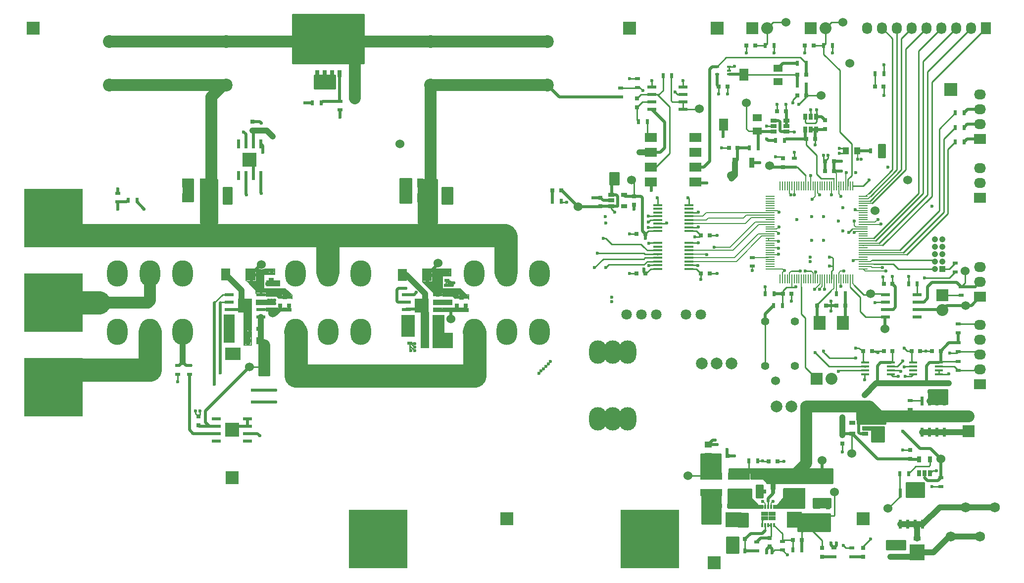
<source format=gtl>
G04 #@! TF.FileFunction,Copper,L1,Top,Signal*
%FSLAX46Y46*%
G04 Gerber Fmt 4.6, Leading zero omitted, Abs format (unit mm)*
G04 Created by KiCad (PCBNEW 4.0.5+dfsg1-4) date Tue Nov 14 04:37:41 2017*
%MOMM*%
%LPD*%
G01*
G04 APERTURE LIST*
%ADD10C,0.100000*%
%ADD11R,2.235200X2.235200*%
%ADD12R,0.800000X0.750000*%
%ADD13R,0.230000X1.500000*%
%ADD14R,1.500000X0.230000*%
%ADD15C,0.600000*%
%ADD16R,0.900000X0.500000*%
%ADD17R,1.050000X1.050000*%
%ADD18C,1.050000*%
%ADD19C,1.750000*%
%ADD20R,0.797560X0.797560*%
%ADD21O,3.500120X4.501640*%
%ADD22R,1.000000X1.600000*%
%ADD23R,1.550000X0.600000*%
%ADD24R,1.175000X1.175000*%
%ADD25R,0.500000X0.900000*%
%ADD26C,2.000000*%
%ADD27O,3.000000X4.000000*%
%ADD28R,0.750000X0.800000*%
%ADD29R,2.032000X2.032000*%
%ADD30O,2.032000X2.032000*%
%ADD31R,0.600000X1.550000*%
%ADD32R,2.000000X2.400000*%
%ADD33C,1.397000*%
%ADD34R,1.600000X0.410000*%
%ADD35R,3.700000X1.200000*%
%ADD36R,0.660400X0.406400*%
%ADD37R,1.060000X0.650000*%
%ADD38R,0.300000X0.650000*%
%ADD39R,1.240000X0.775000*%
%ADD40R,0.650000X1.060000*%
%ADD41C,1.800000*%
%ADD42R,2.032000X1.524000*%
%ADD43R,2.540000X2.670000*%
%ADD44R,1.270000X0.762000*%
%ADD45R,2.670000X2.540000*%
%ADD46R,0.762000X1.270000*%
%ADD47R,1.600000X2.000000*%
%ADD48R,1.600000X1.300000*%
%ADD49R,1.600000X2.108200*%
%ADD50R,2.032000X1.727200*%
%ADD51O,2.032000X1.727200*%
%ADD52C,1.524000*%
%ADD53R,10.000000X10.000000*%
%ADD54R,0.900000X1.700000*%
%ADD55R,1.250000X1.000000*%
%ADD56R,1.000000X1.250000*%
%ADD57R,1.727200X2.032000*%
%ADD58O,1.727200X2.032000*%
%ADD59R,1.450000X0.450000*%
%ADD60R,0.701040X1.000760*%
%ADD61C,2.200000*%
%ADD62R,1.000000X1.000000*%
%ADD63R,1.400000X1.000000*%
%ADD64R,0.700000X1.150000*%
%ADD65R,4.700000X1.550000*%
%ADD66R,4.200000X3.300000*%
%ADD67R,0.500000X0.500000*%
%ADD68R,0.600000X3.300000*%
%ADD69C,0.254000*%
%ADD70C,0.508000*%
%ADD71C,0.152400*%
%ADD72C,1.000000*%
%ADD73C,2.000000*%
%ADD74C,4.000000*%
%ADD75C,0.250000*%
%ADD76C,0.025500*%
%ADD77C,0.381000*%
G04 APERTURE END LIST*
D10*
D11*
X71000000Y-99000000D03*
X37000000Y-22000000D03*
D12*
X151250000Y-57500000D03*
X152750000Y-57500000D03*
D13*
X177200000Y-49050000D03*
X176800000Y-49050000D03*
X176400000Y-49050000D03*
X176000000Y-49050000D03*
X175600000Y-49050000D03*
X175200000Y-49050000D03*
X174800000Y-49050000D03*
X174400000Y-49050000D03*
X174000000Y-49050000D03*
X173600000Y-49050000D03*
X173200000Y-49050000D03*
X172800000Y-49050000D03*
X172400000Y-49050000D03*
X172000000Y-49050000D03*
X171600000Y-49050000D03*
X171200000Y-49050000D03*
X170800000Y-49050000D03*
X170400000Y-49050000D03*
X170000000Y-49050000D03*
X169600000Y-49050000D03*
X169200000Y-49050000D03*
X168800000Y-49050000D03*
X168400000Y-49050000D03*
X168000000Y-49050000D03*
X167600000Y-49050000D03*
X167200000Y-49050000D03*
X166800000Y-49050000D03*
X166400000Y-49050000D03*
X166000000Y-49050000D03*
X165600000Y-49050000D03*
X165200000Y-49050000D03*
X164800000Y-49050000D03*
D14*
X163050000Y-50800000D03*
X163050000Y-51200000D03*
X163050000Y-51600000D03*
X163050000Y-52000000D03*
X163050000Y-52400000D03*
X163050000Y-52800000D03*
X163050000Y-53200000D03*
X163050000Y-53600000D03*
X163050000Y-54000000D03*
X163050000Y-54400000D03*
X163050000Y-54800000D03*
X163050000Y-55200000D03*
X163050000Y-55600000D03*
X163050000Y-56000000D03*
X163050000Y-56400000D03*
X163050000Y-56800000D03*
X163050000Y-57200000D03*
X163050000Y-57600000D03*
X163050000Y-58000000D03*
X163050000Y-58400000D03*
X163050000Y-58800000D03*
X163050000Y-59200000D03*
X163050000Y-59600000D03*
X163050000Y-60000000D03*
X163050000Y-60400000D03*
X163050000Y-60800000D03*
X163050000Y-61200000D03*
X163050000Y-61600000D03*
X163050000Y-62000000D03*
X163050000Y-62400000D03*
X163050000Y-62800000D03*
X163050000Y-63200000D03*
D13*
X164800000Y-64950000D03*
X165200000Y-64950000D03*
X165600000Y-64950000D03*
X166000000Y-64950000D03*
X166400000Y-64950000D03*
X166800000Y-64950000D03*
X167200000Y-64950000D03*
X167600000Y-64950000D03*
X168000000Y-64950000D03*
X168400000Y-64950000D03*
X168800000Y-64950000D03*
X169200000Y-64950000D03*
X169600000Y-64950000D03*
X170000000Y-64950000D03*
X170400000Y-64950000D03*
X170800000Y-64950000D03*
X171200000Y-64950000D03*
X171600000Y-64950000D03*
X172000000Y-64950000D03*
X172400000Y-64950000D03*
X172800000Y-64950000D03*
X173200000Y-64950000D03*
X173600000Y-64950000D03*
X174000000Y-64950000D03*
X174400000Y-64950000D03*
X174800000Y-64950000D03*
X175200000Y-64950000D03*
X175600000Y-64950000D03*
X176000000Y-64950000D03*
X176400000Y-64950000D03*
X176800000Y-64950000D03*
X177200000Y-64950000D03*
D14*
X178950000Y-63200000D03*
X178950000Y-62800000D03*
X178950000Y-62400000D03*
X178950000Y-62000000D03*
X178950000Y-61600000D03*
X178950000Y-61200000D03*
X178950000Y-60800000D03*
X178950000Y-60400000D03*
X178950000Y-60000000D03*
X178950000Y-59600000D03*
X178950000Y-59200000D03*
X178950000Y-58800000D03*
X178950000Y-58400000D03*
X178950000Y-58000000D03*
X178950000Y-57600000D03*
X178950000Y-57200000D03*
X178950000Y-56800000D03*
X178950000Y-56400000D03*
X178950000Y-56000000D03*
X178950000Y-55600000D03*
X178950000Y-55200000D03*
X178950000Y-54800000D03*
X178950000Y-54400000D03*
X178950000Y-54000000D03*
X178950000Y-53600000D03*
X178950000Y-53200000D03*
X178950000Y-52800000D03*
X178950000Y-52400000D03*
X178950000Y-52000000D03*
X178950000Y-51600000D03*
X178950000Y-51200000D03*
X178950000Y-50800000D03*
D15*
X193250000Y-84250000D03*
X192750000Y-84250000D03*
X192250000Y-84250000D03*
X191750000Y-84250000D03*
X191250000Y-84250000D03*
X190750000Y-84250000D03*
D16*
X195750000Y-67750000D03*
X195750000Y-66250000D03*
D17*
X192500000Y-63250000D03*
D18*
X192500000Y-61980000D03*
X192500000Y-60710000D03*
X192500000Y-59440000D03*
X192500000Y-58170000D03*
X191230000Y-61980000D03*
X191230000Y-60710000D03*
X191230000Y-59440000D03*
X191230000Y-58170000D03*
X191230000Y-63250000D03*
D19*
X201500000Y-104000000D03*
X199000000Y-109000000D03*
X194000000Y-109000000D03*
X196500000Y-104000000D03*
D20*
X179000000Y-111000700D03*
X179000000Y-112499300D03*
D21*
X57000000Y-64000000D03*
X62588000Y-64000000D03*
X51412000Y-64000000D03*
D15*
X125500000Y-79100000D03*
X123500000Y-81100000D03*
X108300000Y-76200000D03*
X108300000Y-75600000D03*
X108300000Y-75000000D03*
X108300000Y-74400000D03*
X77100000Y-81200000D03*
X76500000Y-81200000D03*
X75900000Y-81200000D03*
X77100000Y-80600000D03*
X76500000Y-80600000D03*
X75900000Y-80600000D03*
X77100000Y-80000000D03*
X76500000Y-80000000D03*
X75900000Y-80000000D03*
X77100000Y-79400000D03*
X76500000Y-79400000D03*
D12*
X179000000Y-77250000D03*
X180500000Y-77250000D03*
D15*
X136500000Y-48500000D03*
X136000000Y-48500000D03*
X136500000Y-47000000D03*
X108400000Y-51900000D03*
X108400000Y-51400000D03*
X108400000Y-50900000D03*
X108400000Y-50400000D03*
X108400000Y-49900000D03*
X101400000Y-51500000D03*
X101400000Y-51000000D03*
X101400000Y-50500000D03*
X101400000Y-50000000D03*
X101400000Y-49500000D03*
X101400000Y-49000000D03*
X101400000Y-48500000D03*
X64100000Y-51500000D03*
X64100000Y-51000000D03*
X64100000Y-50500000D03*
X64100000Y-50000000D03*
X64100000Y-49500000D03*
X64100000Y-49000000D03*
X64100000Y-48500000D03*
X70700000Y-51900000D03*
X70700000Y-51400000D03*
X70700000Y-50900000D03*
X70700000Y-50400000D03*
X70700000Y-49900000D03*
D22*
X66000000Y-51000000D03*
X63000000Y-51000000D03*
D15*
X125100000Y-79500000D03*
X124700000Y-79900000D03*
X124300000Y-80300000D03*
X107700000Y-76200000D03*
X107700000Y-75600000D03*
X107700000Y-75000000D03*
X178650000Y-44450000D03*
X178050000Y-44450000D03*
X182450000Y-42100000D03*
X182450000Y-42700000D03*
X182450000Y-43300000D03*
X169750000Y-106000000D03*
X169250000Y-106000000D03*
X173450000Y-99400000D03*
X172850000Y-99400000D03*
X172250000Y-99400000D03*
X171650000Y-99400000D03*
X171050000Y-99400000D03*
X170450000Y-99400000D03*
X169850000Y-99400000D03*
X173450000Y-98800000D03*
X172850000Y-98800000D03*
X172250000Y-98800000D03*
X171650000Y-98800000D03*
X171050000Y-98800000D03*
X170450000Y-98800000D03*
X169850000Y-98800000D03*
X173450000Y-98200000D03*
X172850000Y-98200000D03*
X172250000Y-98200000D03*
X171650000Y-98200000D03*
X171050000Y-98200000D03*
X170450000Y-98200000D03*
X169850000Y-98200000D03*
X160950000Y-102200000D03*
X160950000Y-101600000D03*
X160950000Y-101000000D03*
X154400000Y-97400000D03*
X153800000Y-97400000D03*
X153200000Y-97400000D03*
X152600000Y-97400000D03*
X152000000Y-97400000D03*
X151400000Y-97400000D03*
X154400000Y-96800000D03*
X153800000Y-96800000D03*
X153200000Y-96800000D03*
X152600000Y-96800000D03*
X152000000Y-96800000D03*
X88350000Y-31800000D03*
X87750000Y-31800000D03*
X87150000Y-31800000D03*
X86550000Y-31800000D03*
X85950000Y-31800000D03*
X180600000Y-91800000D03*
X181200000Y-91800000D03*
X181800000Y-91800000D03*
X182400000Y-91800000D03*
X180600000Y-92400000D03*
X181200000Y-92400000D03*
X181800000Y-92400000D03*
X186650000Y-100050000D03*
X187150000Y-100050000D03*
X187650000Y-100050000D03*
X188150000Y-100050000D03*
X188650000Y-100050000D03*
X185850000Y-109850000D03*
X185350000Y-109850000D03*
X184850000Y-109850000D03*
X184350000Y-109850000D03*
X183850000Y-109850000D03*
X173100000Y-102800000D03*
X172600000Y-102800000D03*
X172100000Y-102800000D03*
X171600000Y-102800000D03*
X171100000Y-102800000D03*
X156000000Y-111500000D03*
X156000000Y-111000000D03*
X156000000Y-110500000D03*
X156000000Y-110000000D03*
X169750000Y-106500000D03*
X169250000Y-106500000D03*
X169750000Y-107000000D03*
X169750000Y-107500000D03*
X169750000Y-107500000D03*
X169250000Y-107500000D03*
X169750000Y-107000000D03*
X169250000Y-107000000D03*
X159050000Y-105200000D03*
X159050000Y-107200000D03*
X159050000Y-106650000D03*
X159050000Y-106100000D03*
D23*
X73700000Y-92655000D03*
X73700000Y-91385000D03*
X73700000Y-90115000D03*
X73700000Y-88845000D03*
X68300000Y-88845000D03*
X68300000Y-90115000D03*
X68300000Y-91385000D03*
X68300000Y-92655000D03*
D24*
X70412500Y-90162500D03*
X70412500Y-91337500D03*
X71587500Y-90162500D03*
X71587500Y-91337500D03*
D16*
X137500000Y-33750000D03*
X137500000Y-32250000D03*
D25*
X165150000Y-69500000D03*
X163650000Y-69500000D03*
D26*
X156464000Y-79375000D03*
X153964000Y-79375000D03*
D27*
X133604000Y-77470000D03*
X136144000Y-77470000D03*
X138684000Y-77470000D03*
X138684000Y-88900000D03*
X136144000Y-88900000D03*
X133604000Y-88900000D03*
D26*
X151384000Y-79375000D03*
D28*
X140300000Y-35550000D03*
X140300000Y-34050000D03*
D12*
X157500000Y-42500000D03*
X156000000Y-42500000D03*
X169250000Y-30000000D03*
X167750000Y-30000000D03*
X169250000Y-33500000D03*
X167750000Y-33500000D03*
D28*
X165250000Y-45750000D03*
X165250000Y-44250000D03*
X181750000Y-89000000D03*
X181750000Y-90500000D03*
D12*
X163550000Y-101350000D03*
X162050000Y-101350000D03*
X162850000Y-96200000D03*
X164350000Y-96200000D03*
D28*
X175400000Y-91650000D03*
X175400000Y-93150000D03*
D12*
X154500000Y-103750000D03*
X156000000Y-103750000D03*
D28*
X163000000Y-110750000D03*
X163000000Y-109250000D03*
D12*
X157250000Y-109500000D03*
X158750000Y-109500000D03*
X155750000Y-95250000D03*
X154250000Y-95250000D03*
D28*
X172500000Y-37750000D03*
X172500000Y-39250000D03*
X173000000Y-105500000D03*
X173000000Y-104000000D03*
D12*
X169250000Y-41000000D03*
X170750000Y-41000000D03*
D28*
X134000000Y-52500000D03*
X134000000Y-51000000D03*
X139750000Y-50750000D03*
X139750000Y-52250000D03*
D12*
X184000000Y-65750000D03*
X182500000Y-65750000D03*
X184000000Y-77250000D03*
X182500000Y-77250000D03*
X175900000Y-69500000D03*
X174400000Y-69500000D03*
X171150000Y-69500000D03*
X172650000Y-69500000D03*
X174000000Y-46500000D03*
X172500000Y-46500000D03*
X174000000Y-44750000D03*
X172500000Y-44750000D03*
X141750000Y-57250000D03*
X140250000Y-57250000D03*
D28*
X74500000Y-39500000D03*
X74500000Y-38000000D03*
X65250000Y-90000000D03*
X65250000Y-88500000D03*
D22*
X66000000Y-48500000D03*
X63000000Y-48500000D03*
D28*
X109500000Y-69500000D03*
X109500000Y-68000000D03*
D29*
X171000000Y-82000000D03*
D30*
X173540000Y-82000000D03*
D31*
X192905000Y-85800000D03*
X191635000Y-85800000D03*
X190365000Y-85800000D03*
X189095000Y-85800000D03*
X189095000Y-91200000D03*
X190365000Y-91200000D03*
X191635000Y-91200000D03*
X192905000Y-91200000D03*
X189155000Y-101550000D03*
X187885000Y-101550000D03*
X186615000Y-101550000D03*
X185345000Y-101550000D03*
X185345000Y-106950000D03*
X186615000Y-106950000D03*
X187885000Y-106950000D03*
X189155000Y-106950000D03*
D25*
X144750000Y-30100000D03*
X146250000Y-30100000D03*
X142050000Y-38000000D03*
X140550000Y-38000000D03*
X164000000Y-41250000D03*
X165500000Y-41250000D03*
X161000000Y-42500000D03*
X159500000Y-42500000D03*
X167750000Y-28000000D03*
X169250000Y-28000000D03*
X169250000Y-31750000D03*
X167750000Y-31750000D03*
D16*
X167250000Y-45750000D03*
X167250000Y-44250000D03*
X187000000Y-85750000D03*
X187000000Y-87250000D03*
D25*
X84750000Y-34750000D03*
X86250000Y-34750000D03*
X160950000Y-96100000D03*
X159450000Y-96100000D03*
X181000000Y-29750000D03*
X182500000Y-29750000D03*
X168500000Y-111300000D03*
X167000000Y-111300000D03*
D16*
X165200000Y-111350000D03*
X165200000Y-109850000D03*
X160750000Y-110000000D03*
X160750000Y-111500000D03*
D25*
X158750000Y-111500000D03*
X157250000Y-111500000D03*
D16*
X174000000Y-112500000D03*
X174000000Y-111000000D03*
X177000000Y-112500000D03*
X177000000Y-111000000D03*
D25*
X125850000Y-51600000D03*
X127350000Y-51600000D03*
X185250000Y-98250000D03*
X186750000Y-98250000D03*
D16*
X192250000Y-100500000D03*
X192250000Y-99000000D03*
X194750000Y-63750000D03*
X194750000Y-62250000D03*
D25*
X188250000Y-65750000D03*
X186750000Y-65750000D03*
X162250000Y-67500000D03*
X163750000Y-67500000D03*
X175900000Y-67500000D03*
X174400000Y-67500000D03*
D16*
X160000000Y-62750000D03*
X160000000Y-61250000D03*
X89500000Y-36000000D03*
X89500000Y-34500000D03*
X70800000Y-76950000D03*
X70800000Y-75450000D03*
D32*
X171500000Y-72500000D03*
X175500000Y-72500000D03*
D12*
X151250000Y-64000000D03*
X152750000Y-64000000D03*
D16*
X195200000Y-80550000D03*
X195200000Y-79050000D03*
X51500000Y-50250000D03*
X51500000Y-51750000D03*
X63750000Y-81250000D03*
X63750000Y-79750000D03*
D25*
X54750000Y-51500000D03*
X53250000Y-51500000D03*
D16*
X101400000Y-75950000D03*
X101400000Y-74450000D03*
X107800000Y-65150000D03*
X107800000Y-63650000D03*
X77750000Y-65000000D03*
X77750000Y-63500000D03*
D33*
X167290000Y-79810000D03*
X162210000Y-79810000D03*
X167290000Y-72190000D03*
X162210000Y-72190000D03*
D34*
X149154300Y-63222500D03*
X149154300Y-62587500D03*
X149154300Y-61952500D03*
X149154300Y-61317500D03*
X149154300Y-60682500D03*
X149154300Y-60047500D03*
X149154300Y-59412500D03*
X149154300Y-58777500D03*
X143845700Y-58777500D03*
X143845700Y-59412500D03*
X143845700Y-60047500D03*
X143845700Y-60682500D03*
X143845700Y-61317500D03*
X143845700Y-61952500D03*
X143845700Y-62587500D03*
X143845700Y-63222500D03*
D28*
X79250000Y-69500000D03*
X79250000Y-68000000D03*
D35*
X167250000Y-98500000D03*
X167250000Y-101300000D03*
X157750000Y-98750000D03*
X157750000Y-101550000D03*
X153000000Y-101500000D03*
X153000000Y-98700000D03*
D12*
X168500000Y-109650000D03*
X167000000Y-109650000D03*
D22*
X103250000Y-51000000D03*
X100250000Y-51000000D03*
X103250000Y-48500000D03*
X100250000Y-48500000D03*
D12*
X141750000Y-64000000D03*
X140250000Y-64000000D03*
X75550000Y-73500000D03*
X74050000Y-73500000D03*
D36*
X156016000Y-29910400D03*
X156016000Y-28589600D03*
X156016000Y-29250000D03*
X153984000Y-28589600D03*
X153984000Y-29910400D03*
D37*
X163650000Y-37800000D03*
X163650000Y-38750000D03*
X163650000Y-39700000D03*
X165850000Y-39700000D03*
X165850000Y-37800000D03*
X165850000Y-38750000D03*
X179350000Y-91450000D03*
X179350000Y-90500000D03*
X179350000Y-89550000D03*
X177150000Y-89550000D03*
X177150000Y-91450000D03*
D38*
X161750000Y-107050000D03*
X162250000Y-107050000D03*
X162750000Y-107050000D03*
X163250000Y-107050000D03*
X163750000Y-107050000D03*
X163750000Y-103950000D03*
X163250000Y-103950000D03*
X162750000Y-103950000D03*
X162250000Y-103950000D03*
X161750000Y-103950000D03*
D39*
X163370000Y-105112500D03*
X162130000Y-105112500D03*
X163370000Y-105887500D03*
X162130000Y-105887500D03*
D40*
X169050000Y-39350000D03*
X170000000Y-39350000D03*
X170950000Y-39350000D03*
X170950000Y-37150000D03*
X169050000Y-37150000D03*
X170000000Y-37150000D03*
D41*
X151250000Y-71000000D03*
X148710000Y-71000000D03*
X141090000Y-71000000D03*
X143630000Y-71000000D03*
X138550000Y-71000000D03*
D37*
X135900000Y-50550000D03*
X135900000Y-51500000D03*
X135900000Y-52450000D03*
X138100000Y-52450000D03*
X138100000Y-50550000D03*
D23*
X182800000Y-67595000D03*
X182800000Y-68865000D03*
X182800000Y-70135000D03*
X182800000Y-71405000D03*
X188200000Y-71405000D03*
X188200000Y-70135000D03*
X188200000Y-68865000D03*
X188200000Y-67595000D03*
D42*
X142690000Y-40690000D03*
X142690000Y-43230000D03*
X142690000Y-45770000D03*
X142690000Y-48310000D03*
X150310000Y-48310000D03*
X150310000Y-45770000D03*
X150310000Y-43230000D03*
X150310000Y-40690000D03*
D43*
X167200000Y-106200000D03*
D44*
X167200000Y-103850000D03*
D45*
X156800000Y-106200000D03*
D46*
X154450000Y-106200000D03*
D20*
X182499300Y-32000000D03*
X181000700Y-32000000D03*
X172000000Y-111000700D03*
X172000000Y-112499300D03*
X127349300Y-49800000D03*
X125850700Y-49800000D03*
D43*
X188250000Y-111750000D03*
D44*
X188250000Y-109400000D03*
D25*
X181750000Y-43000000D03*
X180250000Y-43000000D03*
D47*
X155100000Y-38500000D03*
D48*
X160900000Y-39650000D03*
X160900000Y-37350000D03*
D47*
X158600000Y-30000000D03*
D48*
X164400000Y-31150000D03*
X164400000Y-28850000D03*
D49*
X104415000Y-64250000D03*
X100123000Y-64250000D03*
X74265000Y-64200000D03*
X69973000Y-64200000D03*
D50*
X199000000Y-51000000D03*
D51*
X199000000Y-48460000D03*
X199000000Y-45920000D03*
D25*
X163750000Y-25000000D03*
X162250000Y-25000000D03*
D16*
X195200000Y-74150000D03*
X195200000Y-72650000D03*
X195200000Y-75850000D03*
X195200000Y-77350000D03*
D52*
X92000000Y-34000000D03*
X99778175Y-41778175D03*
D25*
X173750000Y-25000000D03*
X172250000Y-25000000D03*
D12*
X154250000Y-32000000D03*
X155750000Y-32000000D03*
X165750000Y-36250000D03*
X164250000Y-36250000D03*
X170500000Y-25000000D03*
X169000000Y-25000000D03*
X160500000Y-25000000D03*
X159000000Y-25000000D03*
D53*
X40500000Y-54500000D03*
X40500000Y-83500000D03*
X40500000Y-69000000D03*
X96000000Y-109500000D03*
X142500000Y-109500000D03*
D31*
X72095000Y-47200000D03*
X73365000Y-47200000D03*
X74635000Y-47200000D03*
X75905000Y-47200000D03*
X75905000Y-41800000D03*
X74635000Y-41800000D03*
X73365000Y-41800000D03*
X72095000Y-41800000D03*
D24*
X74587500Y-43912500D03*
X73412500Y-43912500D03*
X74587500Y-45087500D03*
X73412500Y-45087500D03*
D12*
X68250000Y-51500000D03*
X69750000Y-51500000D03*
X68250000Y-49750000D03*
X69750000Y-49750000D03*
X105750000Y-51500000D03*
X107250000Y-51500000D03*
X105750000Y-49750000D03*
X107250000Y-49750000D03*
D54*
X157050000Y-45000000D03*
X159950000Y-45000000D03*
D28*
X185550000Y-112500000D03*
X185550000Y-111000000D03*
X183650000Y-112500000D03*
X183650000Y-111000000D03*
D55*
X152500000Y-93250000D03*
X152500000Y-95250000D03*
X171000000Y-105750000D03*
X171000000Y-103750000D03*
D56*
X106000000Y-75500000D03*
X104000000Y-75500000D03*
D12*
X165250000Y-67500000D03*
X166750000Y-67500000D03*
D34*
X149154300Y-56722500D03*
X149154300Y-56087500D03*
X149154300Y-55452500D03*
X149154300Y-54817500D03*
X149154300Y-54182500D03*
X149154300Y-53547500D03*
X149154300Y-52912500D03*
X149154300Y-52277500D03*
X143845700Y-52277500D03*
X143845700Y-52912500D03*
X143845700Y-53547500D03*
X143845700Y-54182500D03*
X143845700Y-54817500D03*
X143845700Y-55452500D03*
X143845700Y-56087500D03*
X143845700Y-56722500D03*
D16*
X61750000Y-79750000D03*
X61750000Y-81250000D03*
D56*
X75700000Y-75500000D03*
X73700000Y-75500000D03*
D12*
X105750000Y-73500000D03*
X104250000Y-73500000D03*
D28*
X111000000Y-69500000D03*
X111000000Y-68000000D03*
X80750000Y-69500000D03*
X80750000Y-68000000D03*
D56*
X178000000Y-43000000D03*
X176000000Y-43000000D03*
D23*
X75950000Y-71405000D03*
X75950000Y-70135000D03*
X75950000Y-68865000D03*
X75950000Y-67595000D03*
X70550000Y-67595000D03*
X70550000Y-68865000D03*
X70550000Y-70135000D03*
X70550000Y-71405000D03*
D24*
X72662500Y-68912500D03*
X72662500Y-70087500D03*
X73837500Y-68912500D03*
X73837500Y-70087500D03*
D15*
X73850000Y-70100000D03*
X73850000Y-68900000D03*
X72650000Y-70100000D03*
X72650000Y-68900000D03*
D23*
X106200000Y-71405000D03*
X106200000Y-70135000D03*
X106200000Y-68865000D03*
X106200000Y-67595000D03*
X100800000Y-67595000D03*
X100800000Y-68865000D03*
X100800000Y-70135000D03*
X100800000Y-71405000D03*
D24*
X102912500Y-68912500D03*
X102912500Y-70087500D03*
X104087500Y-68912500D03*
X104087500Y-70087500D03*
D15*
X104100000Y-70100000D03*
X104100000Y-68900000D03*
X102900000Y-70100000D03*
X102900000Y-68900000D03*
D16*
X140400000Y-32150000D03*
X140400000Y-30650000D03*
D57*
X200000000Y-22000000D03*
D58*
X197460000Y-22000000D03*
X194920000Y-22000000D03*
X192380000Y-22000000D03*
X189840000Y-22000000D03*
X187300000Y-22000000D03*
X184760000Y-22000000D03*
X182220000Y-22000000D03*
X179680000Y-22000000D03*
D23*
X148200000Y-35905000D03*
X148200000Y-34635000D03*
X148200000Y-33365000D03*
X148200000Y-32095000D03*
X142800000Y-32095000D03*
X142800000Y-33365000D03*
X142800000Y-34635000D03*
X142800000Y-35905000D03*
D59*
X179300000Y-79275000D03*
X179300000Y-79925000D03*
X179300000Y-80575000D03*
X179300000Y-81225000D03*
X183700000Y-81225000D03*
X183700000Y-80575000D03*
X183700000Y-79925000D03*
X183700000Y-79275000D03*
D15*
X159050000Y-105650000D03*
X151400000Y-96800000D03*
X156000000Y-109500000D03*
X170600000Y-102800000D03*
X183350000Y-109850000D03*
X189150000Y-100050000D03*
D28*
X187000000Y-95750000D03*
X187000000Y-94250000D03*
D60*
X188550040Y-98198880D03*
X189500000Y-98198880D03*
X190449960Y-98198880D03*
X188550040Y-95801120D03*
X190449960Y-95801120D03*
D15*
X182400000Y-92400000D03*
D52*
X151000000Y-35800000D03*
X186600000Y-48000000D03*
X156500000Y-47200000D03*
X159000000Y-34750000D03*
X163000000Y-45500000D03*
X171800000Y-33500000D03*
X175500000Y-21000000D03*
X165750000Y-21000000D03*
X172000000Y-96000000D03*
X177000000Y-94800000D03*
X164000000Y-82400000D03*
X176700000Y-28000000D03*
X149000000Y-98600000D03*
X174100000Y-101400000D03*
X192250000Y-95750000D03*
X130200000Y-52600000D03*
X183250000Y-104250000D03*
X139400000Y-48000000D03*
X180250000Y-67500000D03*
X182750000Y-73500000D03*
X196400000Y-63600000D03*
X196500000Y-69500000D03*
X181000000Y-53250000D03*
X74000000Y-80000000D03*
X106250000Y-62250000D03*
X108500000Y-71750000D03*
X78000000Y-70750000D03*
X76000000Y-62500000D03*
D15*
X85350000Y-31800000D03*
X160950000Y-100400000D03*
X182450000Y-43900000D03*
X107700000Y-74400000D03*
X123900000Y-80700000D03*
X70700000Y-49400000D03*
X64100000Y-48000000D03*
X101400000Y-48000000D03*
X108400000Y-49400000D03*
X136000000Y-47000000D03*
D11*
X194000000Y-32500000D03*
X154000000Y-22000000D03*
D15*
X75900000Y-79400000D03*
D21*
X87500000Y-64000000D03*
X93088000Y-64000000D03*
X81912000Y-64000000D03*
X57000000Y-74000000D03*
X51412000Y-74000000D03*
X62588000Y-74000000D03*
X87500000Y-74000000D03*
X81912000Y-74000000D03*
X93088000Y-74000000D03*
X118000000Y-74000000D03*
X112412000Y-74000000D03*
X123588000Y-74000000D03*
X118000000Y-64000000D03*
X123588000Y-64000000D03*
X112412000Y-64000000D03*
D61*
X50000000Y-31750000D03*
X50000000Y-24250000D03*
X105000000Y-31750000D03*
X105000000Y-24250000D03*
X70000000Y-31750000D03*
X70000000Y-24250000D03*
X125000000Y-31750000D03*
X125000000Y-24250000D03*
D62*
X88550000Y-23100000D03*
X86450000Y-23100000D03*
D63*
X87500000Y-23100000D03*
D62*
X85550000Y-23100000D03*
X84650000Y-25000000D03*
X84650000Y-25900000D03*
X84650000Y-26800000D03*
X84650000Y-23200000D03*
D64*
X86865000Y-29825000D03*
X85595000Y-29825000D03*
X88135000Y-29825000D03*
D65*
X87500000Y-24350000D03*
D66*
X87500000Y-26550000D03*
D64*
X89405000Y-29825000D03*
D62*
X90350000Y-27700000D03*
X90350000Y-26800000D03*
X90350000Y-25900000D03*
X90350000Y-25000000D03*
X90350000Y-24100000D03*
X90350000Y-23200000D03*
X89450000Y-23100000D03*
X84650000Y-27700000D03*
X84650000Y-24100000D03*
D67*
X89750000Y-25250000D03*
X85250000Y-25250000D03*
D68*
X89700000Y-26550000D03*
X85300000Y-26550000D03*
D50*
X199000000Y-68000000D03*
D51*
X199000000Y-65460000D03*
X199000000Y-62920000D03*
D50*
X199000000Y-83000000D03*
D51*
X199000000Y-80460000D03*
X199000000Y-77920000D03*
X199000000Y-75380000D03*
X199000000Y-72840000D03*
D29*
X160000000Y-22000000D03*
D30*
X162540000Y-22000000D03*
D26*
X169250000Y-86750000D03*
X166710000Y-86750000D03*
X164170000Y-86750000D03*
D29*
X197000000Y-91000000D03*
D30*
X197000000Y-88460000D03*
D12*
X187250000Y-77250000D03*
X188750000Y-77250000D03*
X192250000Y-77250000D03*
X190750000Y-77250000D03*
D59*
X187550000Y-79275000D03*
X187550000Y-79925000D03*
X187550000Y-80575000D03*
X187550000Y-81225000D03*
X191950000Y-81225000D03*
X191950000Y-80575000D03*
X191950000Y-79925000D03*
X191950000Y-79275000D03*
D29*
X192500000Y-67750000D03*
D30*
X192500000Y-70290000D03*
D50*
X199000000Y-41000000D03*
D51*
X199000000Y-38460000D03*
X199000000Y-35920000D03*
X199000000Y-33380000D03*
D25*
X196250000Y-41500000D03*
X194750000Y-41500000D03*
X196250000Y-39000000D03*
X194750000Y-39000000D03*
X196250000Y-36500000D03*
X194750000Y-36500000D03*
D11*
X153500000Y-113500000D03*
X179000000Y-106000000D03*
X139000000Y-22000000D03*
X118000000Y-106000000D03*
D29*
X170000000Y-22000000D03*
D30*
X172540000Y-22000000D03*
D15*
X190250000Y-84250000D03*
X154000000Y-57500000D03*
X166750000Y-68750000D03*
X182400000Y-64600000D03*
X175400000Y-94600000D03*
X179200000Y-82200000D03*
X186200000Y-81600000D03*
X185000000Y-81600000D03*
X193600000Y-81200000D03*
X189750000Y-77250000D03*
X181500000Y-77500000D03*
X186750000Y-64500000D03*
X182500000Y-28250000D03*
X183250000Y-45750000D03*
X177750000Y-46750000D03*
X175500000Y-56750000D03*
X176500000Y-57000000D03*
X174750000Y-55000000D03*
X181000000Y-69000000D03*
X185750000Y-94250000D03*
X190750000Y-100500000D03*
X191500000Y-97750000D03*
X170750000Y-42000000D03*
X170000000Y-36000000D03*
X173000000Y-43750000D03*
X172250000Y-43750000D03*
X157000000Y-28500000D03*
X155750000Y-33250000D03*
X162500000Y-38750000D03*
X164250000Y-35000000D03*
X167000000Y-34750000D03*
X169000000Y-26250000D03*
X159000000Y-26250000D03*
X154750000Y-42500000D03*
X164000000Y-44000000D03*
X154000000Y-64000000D03*
X152250000Y-48500000D03*
X180250000Y-109500000D03*
X162130000Y-105112500D03*
X163370000Y-105112500D03*
X163370000Y-105887500D03*
X162130000Y-105887500D03*
X164500000Y-57100000D03*
X174900000Y-42550000D03*
X174900000Y-43450000D03*
X167600000Y-54800000D03*
X175500000Y-52700000D03*
X170200000Y-54300000D03*
X172200000Y-54300000D03*
X169900000Y-62000000D03*
X169900000Y-61200000D03*
X173600000Y-50500000D03*
X164500000Y-59700000D03*
X164500000Y-60700000D03*
X170300000Y-51300000D03*
X170900000Y-63700000D03*
X165500000Y-63500000D03*
X165400000Y-96200000D03*
X163400000Y-111800000D03*
X166000000Y-112200000D03*
X153700000Y-92500000D03*
X155700000Y-94100000D03*
X162500000Y-111800000D03*
X174400000Y-110100000D03*
X173500000Y-110100000D03*
X154000000Y-93250000D03*
X157000000Y-95250000D03*
X150750000Y-56000000D03*
X150750000Y-58750000D03*
X150750000Y-53500000D03*
X149000000Y-51000000D03*
X150700000Y-62600000D03*
X160000000Y-63500000D03*
X173500000Y-70400000D03*
X173500000Y-68700000D03*
X161250000Y-45000000D03*
X190750000Y-52500000D03*
X175600000Y-110600000D03*
X193600000Y-82800000D03*
X175400000Y-88600000D03*
X179200000Y-84800000D03*
X76000000Y-38250000D03*
X74587500Y-45087500D03*
X73412500Y-45087500D03*
X73412500Y-43912500D03*
X74587500Y-43912500D03*
X71587500Y-90162500D03*
X71587500Y-91337500D03*
X70412500Y-91337500D03*
X70412500Y-90162500D03*
X64750000Y-87500000D03*
X65500000Y-87500000D03*
X61750000Y-82500000D03*
X132750000Y-51000000D03*
X51500000Y-49500000D03*
X89500000Y-37250000D03*
X136000000Y-68800000D03*
X136000000Y-68100000D03*
X128300000Y-51800000D03*
X139000000Y-30600000D03*
X148200000Y-31000000D03*
X142800000Y-31000000D03*
X139750000Y-53000000D03*
X142750000Y-49750000D03*
X143750000Y-51000000D03*
X139000000Y-64000000D03*
X139000000Y-57250000D03*
X142200000Y-56100000D03*
X142300000Y-62600000D03*
X142300000Y-58800000D03*
X171500000Y-50500000D03*
X186000000Y-76750000D03*
X177750000Y-76750000D03*
X189500000Y-64750000D03*
X184000000Y-64500000D03*
X182500000Y-33500000D03*
X162250000Y-66250000D03*
X177500000Y-57000000D03*
X150200000Y-57750000D03*
X151250000Y-65000000D03*
X170200000Y-58300000D03*
X172200000Y-58300000D03*
X164600000Y-53500000D03*
X164600000Y-56000000D03*
X164500000Y-58500000D03*
X175200000Y-50800000D03*
X177600000Y-53100000D03*
X167200000Y-50500000D03*
X166600000Y-50500000D03*
X177300000Y-61800000D03*
X175700000Y-63600000D03*
X169100000Y-63600000D03*
X168200000Y-63600000D03*
X168000000Y-35000000D03*
X170000000Y-47250000D03*
X141500000Y-63250000D03*
X141750000Y-58000000D03*
X78000000Y-40500000D03*
X140750000Y-43250000D03*
X136500000Y-53500000D03*
X180000000Y-48000000D03*
X77000000Y-65800000D03*
X77400000Y-65800000D03*
X78600000Y-65800000D03*
X78200000Y-65800000D03*
X77800000Y-65800000D03*
X155000000Y-40500000D03*
X162500000Y-41000000D03*
X167500000Y-66250000D03*
X76000000Y-50250000D03*
X142200000Y-54200000D03*
X134900000Y-54300000D03*
X75750000Y-91750000D03*
X145400000Y-55400000D03*
X69000000Y-81000000D03*
X133000000Y-63000000D03*
X74500000Y-84000000D03*
X78500000Y-84000000D03*
X78500000Y-86000000D03*
X74500000Y-86000000D03*
X68000000Y-83000000D03*
X135000000Y-63000000D03*
X134500000Y-58000000D03*
X100750000Y-66500000D03*
X102500000Y-67250000D03*
X133500000Y-60500000D03*
X142200000Y-55200000D03*
X135000000Y-55400000D03*
X73500000Y-50500000D03*
X108700000Y-66000000D03*
X109000000Y-65600000D03*
X108300000Y-66000000D03*
X107900000Y-66000000D03*
X107500000Y-66000000D03*
X152250000Y-60750000D03*
X153500000Y-59500000D03*
X175200000Y-66200000D03*
X185750000Y-91000000D03*
X170700000Y-66700000D03*
X170750000Y-77500000D03*
X171500000Y-66700000D03*
X174750000Y-80750000D03*
X172400000Y-66700000D03*
X186000000Y-80000000D03*
X177750000Y-78500000D03*
X172250000Y-77250000D03*
X182900000Y-63600000D03*
X182300000Y-63000000D03*
X176100000Y-46700000D03*
X193800000Y-77600000D03*
X185400000Y-80800000D03*
X185750000Y-79000000D03*
X167250000Y-43250000D03*
X167250000Y-39750000D03*
X56000000Y-53000000D03*
X76250000Y-43250000D03*
X83500000Y-34750000D03*
X73000000Y-39750000D03*
X171000000Y-36000000D03*
X165750000Y-35000000D03*
X175250000Y-46500000D03*
X175250000Y-44750000D03*
X154250000Y-33250000D03*
X173750000Y-26250000D03*
X163750000Y-26250000D03*
X108500000Y-69100000D03*
X108500000Y-68700000D03*
X108000000Y-69100000D03*
X107500000Y-69100000D03*
X108000000Y-68700000D03*
X107500000Y-68700000D03*
X78300000Y-69200000D03*
X77800000Y-69200000D03*
X78300000Y-68600000D03*
X77800000Y-68600000D03*
X77300000Y-69200000D03*
X77300000Y-68600000D03*
X101600000Y-77200000D03*
X102300000Y-77200000D03*
X102300000Y-76600000D03*
X102300000Y-76000000D03*
X71000000Y-77900000D03*
X70300000Y-77900000D03*
X71700000Y-77900000D03*
X72000000Y-77200000D03*
X161800000Y-96100000D03*
X163600000Y-103000000D03*
X161800000Y-103000000D03*
X177500000Y-55000000D03*
X173200000Y-61200000D03*
X173200000Y-62700000D03*
X146800000Y-32900000D03*
X141300000Y-32700000D03*
X51500000Y-53000000D03*
X182000000Y-55500000D03*
X181500000Y-54750000D03*
D69*
X140300000Y-35550000D02*
X140300000Y-37750000D01*
X140300000Y-37750000D02*
X140550000Y-38000000D01*
X142800000Y-34635000D02*
X141215000Y-34635000D01*
X141215000Y-34635000D02*
X140300000Y-35550000D01*
X142690000Y-45770000D02*
X143530000Y-45770000D01*
X143530000Y-45770000D02*
X145900000Y-43400000D01*
X145900000Y-35500000D02*
X143765000Y-33365000D01*
X145900000Y-43400000D02*
X145900000Y-35500000D01*
X140300000Y-34050000D02*
X140985000Y-33365000D01*
X140985000Y-33365000D02*
X142800000Y-33365000D01*
X142800000Y-33365000D02*
X143765000Y-33365000D01*
X143765000Y-33365000D02*
X144035000Y-33365000D01*
X144750000Y-32650000D02*
X144750000Y-30100000D01*
X144035000Y-33365000D02*
X144750000Y-32650000D01*
D70*
X142710000Y-45750000D02*
X142690000Y-45770000D01*
D69*
X152750000Y-57500000D02*
X154000000Y-57500000D01*
X166750000Y-67500000D02*
X166750000Y-68750000D01*
X182500000Y-65750000D02*
X182400000Y-65650000D01*
X182400000Y-65650000D02*
X182400000Y-64600000D01*
X175400000Y-93150000D02*
X175400000Y-94600000D01*
X179300000Y-81225000D02*
X179200000Y-81325000D01*
X179200000Y-81325000D02*
X179200000Y-82200000D01*
X187550000Y-81225000D02*
X187175000Y-81600000D01*
X187175000Y-81600000D02*
X186200000Y-81600000D01*
X183700000Y-81225000D02*
X184075000Y-81600000D01*
X184075000Y-81600000D02*
X185000000Y-81600000D01*
X191950000Y-81225000D02*
X193575000Y-81225000D01*
X193575000Y-81225000D02*
X193600000Y-81200000D01*
X191950000Y-80575000D02*
X191950000Y-81225000D01*
X188750000Y-77250000D02*
X189750000Y-77250000D01*
X189750000Y-77250000D02*
X190750000Y-77250000D01*
X180500000Y-77250000D02*
X181500000Y-77500000D01*
X180500000Y-77250000D02*
X182500000Y-77250000D01*
X186750000Y-65750000D02*
X186750000Y-64500000D01*
X182500000Y-29750000D02*
X182500000Y-28250000D01*
X177100000Y-56400000D02*
X176500000Y-57000000D01*
D71*
X177100000Y-56400000D02*
X178950000Y-56400000D01*
D69*
X182800000Y-68865000D02*
X181135000Y-68865000D01*
X181135000Y-68865000D02*
X181000000Y-69000000D01*
X182800000Y-68865000D02*
X182735000Y-68800000D01*
X187000000Y-94250000D02*
X185750000Y-94250000D01*
X192250000Y-100500000D02*
X190750000Y-100500000D01*
X190449960Y-98198880D02*
X190898840Y-97750000D01*
X190898840Y-97750000D02*
X191500000Y-97750000D01*
X190449960Y-98198880D02*
X190500000Y-98248920D01*
X188500000Y-99900000D02*
X188650000Y-100050000D01*
D72*
X191635000Y-85800000D02*
X190365000Y-85800000D01*
X192905000Y-85800000D02*
X191635000Y-85800000D01*
D69*
X170750000Y-41000000D02*
X170750000Y-42000000D01*
X170000000Y-37150000D02*
X170000000Y-36000000D01*
X172500000Y-44750000D02*
X173000000Y-44250000D01*
X173000000Y-44250000D02*
X173000000Y-43750000D01*
X172500000Y-44750000D02*
X172250000Y-44500000D01*
X172250000Y-44500000D02*
X172250000Y-43750000D01*
D70*
X170750000Y-41000000D02*
X170750000Y-39550000D01*
X170750000Y-39550000D02*
X170950000Y-39350000D01*
X170950000Y-39350000D02*
X172400000Y-39350000D01*
X172400000Y-39350000D02*
X172500000Y-39250000D01*
X170000000Y-39350000D02*
X170950000Y-39350000D01*
D69*
X156016000Y-28589600D02*
X156910400Y-28589600D01*
X156910400Y-28589600D02*
X157000000Y-28500000D01*
X156016000Y-29250000D02*
X156016000Y-28589600D01*
X155750000Y-32000000D02*
X155750000Y-33250000D01*
X163650000Y-38750000D02*
X162500000Y-38750000D01*
X164250000Y-36250000D02*
X164250000Y-35000000D01*
X167750000Y-33500000D02*
X167000000Y-34250000D01*
X167000000Y-34250000D02*
X167000000Y-34750000D01*
X169000000Y-25000000D02*
X169000000Y-26250000D01*
X159000000Y-25000000D02*
X159000000Y-26250000D01*
X156000000Y-42500000D02*
X154750000Y-42500000D01*
X165250000Y-44250000D02*
X165000000Y-44000000D01*
X165000000Y-44000000D02*
X164000000Y-44000000D01*
X152750000Y-64000000D02*
X154000000Y-64000000D01*
D70*
X172500000Y-46500000D02*
X172500000Y-44750000D01*
X150500000Y-48500000D02*
X152250000Y-48500000D01*
D69*
X179000000Y-111000700D02*
X179000000Y-110750000D01*
X179000000Y-110750000D02*
X180250000Y-109500000D01*
X161750000Y-106267500D02*
X162130000Y-105887500D01*
X162050000Y-101350000D02*
X161300000Y-101350000D01*
X161300000Y-101350000D02*
X160950000Y-101000000D01*
D71*
X163050000Y-56800000D02*
X164200000Y-56800000D01*
X164200000Y-56800000D02*
X164500000Y-57100000D01*
D69*
X176000000Y-43000000D02*
X175550000Y-42550000D01*
X175550000Y-42550000D02*
X174900000Y-42550000D01*
X176000000Y-43000000D02*
X175550000Y-43450000D01*
X175550000Y-43450000D02*
X174900000Y-43450000D01*
X185550000Y-111000000D02*
X183650000Y-111000000D01*
X183650000Y-111000000D02*
X183650000Y-110050000D01*
X183650000Y-110050000D02*
X183850000Y-109850000D01*
X186615000Y-101550000D02*
X187885000Y-101550000D01*
X189155000Y-101550000D02*
X187885000Y-101550000D01*
X188150000Y-100050000D02*
X188150000Y-101285000D01*
X188150000Y-101285000D02*
X187885000Y-101550000D01*
X156800000Y-106200000D02*
X158950000Y-106200000D01*
X158950000Y-106200000D02*
X159050000Y-106100000D01*
D71*
X173600000Y-49050000D02*
X173600000Y-50500000D01*
X163050000Y-59600000D02*
X164400000Y-59600000D01*
X164400000Y-59600000D02*
X164500000Y-59700000D01*
X163050000Y-60800000D02*
X164400000Y-60800000D01*
X164400000Y-60800000D02*
X164500000Y-60700000D01*
X170800000Y-49050000D02*
X170800000Y-50800000D01*
X170800000Y-50800000D02*
X170300000Y-51300000D01*
X170800000Y-64950000D02*
X170800000Y-63800000D01*
X170800000Y-63800000D02*
X170900000Y-63700000D01*
X163050000Y-63200000D02*
X165200000Y-63200000D01*
X165200000Y-63200000D02*
X165500000Y-63500000D01*
X165200000Y-64950000D02*
X165200000Y-63800000D01*
X165200000Y-63800000D02*
X165500000Y-63500000D01*
D69*
X164350000Y-96200000D02*
X165400000Y-96200000D01*
X165200000Y-111350000D02*
X163850000Y-111350000D01*
D70*
X163400000Y-111150000D02*
X163400000Y-111800000D01*
X163400000Y-111150000D02*
X163000000Y-110750000D01*
D69*
X163850000Y-111350000D02*
X163400000Y-111800000D01*
X165200000Y-111350000D02*
X165200000Y-111400000D01*
X165200000Y-111400000D02*
X166000000Y-112200000D01*
D70*
X152500000Y-93250000D02*
X153250000Y-92500000D01*
X153250000Y-92500000D02*
X153700000Y-92500000D01*
X155750000Y-95250000D02*
X155700000Y-95200000D01*
X155700000Y-95200000D02*
X155700000Y-94100000D01*
X163000000Y-110750000D02*
X162500000Y-111250000D01*
X162500000Y-111250000D02*
X162500000Y-111800000D01*
X174000000Y-111000000D02*
X174400000Y-110600000D01*
X174400000Y-110600000D02*
X174400000Y-110100000D01*
X174000000Y-111000000D02*
X173500000Y-110500000D01*
X173500000Y-110500000D02*
X173500000Y-110100000D01*
X152500000Y-93250000D02*
X154000000Y-93250000D01*
X155750000Y-95250000D02*
X157000000Y-95250000D01*
X159950000Y-45000000D02*
X161250000Y-45000000D01*
X150310000Y-48310000D02*
X150500000Y-48500000D01*
D69*
X149154300Y-56087500D02*
X150662500Y-56087500D01*
X150662500Y-56087500D02*
X150750000Y-56000000D01*
X149154300Y-58777500D02*
X150722500Y-58777500D01*
X150722500Y-58777500D02*
X150750000Y-58750000D01*
X149154300Y-53547500D02*
X150702500Y-53547500D01*
X150702500Y-53547500D02*
X150750000Y-53500000D01*
X149154300Y-52277500D02*
X149154300Y-51154300D01*
X149154300Y-51154300D02*
X149000000Y-51000000D01*
X149154300Y-62587500D02*
X150687500Y-62587500D01*
X150687500Y-62587500D02*
X150700000Y-62600000D01*
D71*
X160000000Y-62750000D02*
X160000000Y-63500000D01*
D69*
X173500000Y-69500000D02*
X173500000Y-70400000D01*
X173500000Y-69500000D02*
X173500000Y-68700000D01*
D70*
X172650000Y-69500000D02*
X173500000Y-69500000D01*
X173500000Y-69500000D02*
X174400000Y-69500000D01*
X179350000Y-90500000D02*
X180500000Y-90500000D01*
X180500000Y-90500000D02*
X181750000Y-90500000D01*
D69*
X161750000Y-107050000D02*
X161750000Y-106267500D01*
X156500000Y-27000000D02*
X155573600Y-27000000D01*
X168250000Y-27000000D02*
X156500000Y-27000000D01*
X169250000Y-28000000D02*
X168250000Y-27000000D01*
X155573600Y-27000000D02*
X153984000Y-28589600D01*
D70*
X150310000Y-45770000D02*
X151730000Y-45770000D01*
X151730000Y-45770000D02*
X152750000Y-44750000D01*
X152750000Y-44750000D02*
X152750000Y-29000000D01*
X152750000Y-29000000D02*
X153160400Y-28589600D01*
X153160400Y-28589600D02*
X153984000Y-28589600D01*
D69*
X169250000Y-29000000D02*
X169200000Y-29000000D01*
X169200000Y-29000000D02*
X169250000Y-29000000D01*
D70*
X169250000Y-28000000D02*
X169250000Y-29000000D01*
X169250000Y-29000000D02*
X169250000Y-30000000D01*
X156016000Y-29910400D02*
X158510400Y-29910400D01*
X158510400Y-29910400D02*
X158600000Y-30000000D01*
X167750000Y-30000000D02*
X167750000Y-31750000D01*
D69*
X158600000Y-30000000D02*
X167750000Y-30000000D01*
X187000000Y-87250000D02*
X187000000Y-88460000D01*
X187000000Y-88460000D02*
X187000000Y-88000000D01*
X187000000Y-88000000D02*
X187000000Y-88460000D01*
D70*
X172000000Y-96000000D02*
X172000000Y-97950000D01*
X172000000Y-97950000D02*
X172250000Y-98200000D01*
D73*
X181790000Y-88460000D02*
X180080000Y-86750000D01*
X180080000Y-86750000D02*
X169250000Y-86750000D01*
X197000000Y-88460000D02*
X187000000Y-88460000D01*
X187000000Y-88460000D02*
X181790000Y-88460000D01*
X181790000Y-88460000D02*
X181750000Y-88500000D01*
X167250000Y-98500000D02*
X169250000Y-96500000D01*
X169250000Y-96500000D02*
X169250000Y-86750000D01*
D70*
X179350000Y-91450000D02*
X179400000Y-91500000D01*
X163550000Y-101350000D02*
X163550000Y-98550000D01*
X163600000Y-98500000D02*
X167250000Y-98500000D01*
X163550000Y-98550000D02*
X163600000Y-98500000D01*
X157750000Y-98750000D02*
X158350000Y-98750000D01*
X158350000Y-98750000D02*
X159400000Y-97700000D01*
D69*
X159400000Y-97700000D02*
X159450000Y-97650000D01*
X159450000Y-97650000D02*
X159450000Y-96100000D01*
D70*
X162750000Y-103050000D02*
X162750000Y-102500000D01*
X162750000Y-102500000D02*
X163550000Y-101700000D01*
X163550000Y-101700000D02*
X163550000Y-101350000D01*
D69*
X162750000Y-103000000D02*
X162750000Y-103050000D01*
X162750000Y-103050000D02*
X162750000Y-103950000D01*
D70*
X181750000Y-89000000D02*
X179900000Y-89000000D01*
X179900000Y-89000000D02*
X179350000Y-89550000D01*
X179350000Y-89550000D02*
X178450000Y-89550000D01*
X178450000Y-91450000D02*
X179350000Y-91450000D01*
X178250000Y-91250000D02*
X178450000Y-91450000D01*
X178250000Y-89750000D02*
X178250000Y-91250000D01*
X178450000Y-89550000D02*
X178250000Y-89750000D01*
D69*
X181750000Y-89000000D02*
X181550000Y-88800000D01*
X173000000Y-105500000D02*
X174000000Y-105500000D01*
X174100000Y-105400000D02*
X174100000Y-101400000D01*
X174000000Y-105500000D02*
X174100000Y-105400000D01*
D72*
X183650000Y-112500000D02*
X185550000Y-112500000D01*
X185550000Y-112500000D02*
X187500000Y-112500000D01*
X187500000Y-112500000D02*
X188250000Y-111750000D01*
X193750000Y-109000000D02*
X191000000Y-111750000D01*
X191000000Y-111750000D02*
X188250000Y-111750000D01*
D69*
X185550000Y-112550000D02*
X185650000Y-112650000D01*
D72*
X198750000Y-109000000D02*
X193750000Y-109000000D01*
D70*
X187525000Y-112475000D02*
X188250000Y-111750000D01*
D69*
X167200000Y-106200000D02*
X169050000Y-106200000D01*
X169050000Y-106200000D02*
X169250000Y-106000000D01*
X168500000Y-109650000D02*
X168500000Y-108250000D01*
X168500000Y-108250000D02*
X169250000Y-107500000D01*
X172000000Y-111000700D02*
X172000000Y-109750000D01*
X172000000Y-109750000D02*
X169750000Y-107500000D01*
D70*
X168500000Y-109650000D02*
X168500000Y-111300000D01*
D69*
X149000000Y-98600000D02*
X152900000Y-98600000D01*
X152900000Y-98600000D02*
X153000000Y-98700000D01*
X176000000Y-111000000D02*
X177000000Y-111000000D01*
X175600000Y-110600000D02*
X176000000Y-111000000D01*
X177150000Y-91450000D02*
X177000000Y-91600000D01*
X177000000Y-91600000D02*
X177000000Y-94800000D01*
D72*
X189800000Y-82800000D02*
X193600000Y-82800000D01*
D70*
X195200000Y-75850000D02*
X195200000Y-74150000D01*
X192250000Y-77250000D02*
X193650000Y-75850000D01*
X193650000Y-75850000D02*
X195200000Y-75850000D01*
X191950000Y-79275000D02*
X190325000Y-79275000D01*
X189800000Y-79800000D02*
X189800000Y-82800000D01*
X190325000Y-79275000D02*
X189800000Y-79800000D01*
X183700000Y-79275000D02*
X181925000Y-79275000D01*
X181400000Y-79800000D02*
X181400000Y-82800000D01*
X181925000Y-79275000D02*
X181400000Y-79800000D01*
D72*
X175400000Y-91650000D02*
X175400000Y-88600000D01*
X179200000Y-84800000D02*
X181200000Y-82800000D01*
X181200000Y-82800000D02*
X181400000Y-82800000D01*
X181400000Y-82800000D02*
X189800000Y-82800000D01*
D70*
X177150000Y-91450000D02*
X175600000Y-91450000D01*
X175600000Y-91450000D02*
X175400000Y-91650000D01*
D69*
X195200000Y-79050000D02*
X192175000Y-79050000D01*
X192175000Y-79050000D02*
X191950000Y-79275000D01*
D70*
X192250000Y-77250000D02*
X192250000Y-78975000D01*
D69*
X192250000Y-78975000D02*
X191950000Y-79275000D01*
X183700000Y-79275000D02*
X184000000Y-78975000D01*
X184000000Y-78975000D02*
X184000000Y-77250000D01*
D70*
X187000000Y-95750000D02*
X187051120Y-95801120D01*
X187051120Y-95801120D02*
X188550040Y-95801120D01*
X177150000Y-91450000D02*
X181450000Y-95750000D01*
X181450000Y-95750000D02*
X187000000Y-95750000D01*
X177150000Y-91450000D02*
X177200000Y-91500000D01*
X74500000Y-38000000D02*
X75750000Y-38000000D01*
X75750000Y-38000000D02*
X76000000Y-38250000D01*
X74635000Y-47200000D02*
X74635000Y-45135000D01*
X74635000Y-45135000D02*
X74587500Y-45087500D01*
D69*
X88135000Y-29825000D02*
X88350000Y-30040000D01*
X88350000Y-30040000D02*
X88350000Y-31800000D01*
X86865000Y-29825000D02*
X86550000Y-30140000D01*
X86550000Y-30140000D02*
X86550000Y-31800000D01*
X85595000Y-29825000D02*
X85350000Y-30070000D01*
X85350000Y-30070000D02*
X85350000Y-31800000D01*
D70*
X73700000Y-90115000D02*
X73652500Y-90162500D01*
X73652500Y-90162500D02*
X71587500Y-90162500D01*
X73700000Y-88845000D02*
X73700000Y-90115000D01*
D69*
X65250000Y-88500000D02*
X64750000Y-88000000D01*
X64750000Y-88000000D02*
X64750000Y-87500000D01*
X65250000Y-88500000D02*
X65500000Y-88250000D01*
X65500000Y-88250000D02*
X65500000Y-87500000D01*
X61750000Y-81250000D02*
X61750000Y-82500000D01*
D70*
X51500000Y-50250000D02*
X51500000Y-49500000D01*
X89500000Y-36000000D02*
X89500000Y-37250000D01*
X73837500Y-70087500D02*
X73837500Y-73287500D01*
X73837500Y-73287500D02*
X74050000Y-73500000D01*
X69750000Y-51500000D02*
X70600000Y-51500000D01*
X70600000Y-51500000D02*
X70700000Y-51400000D01*
D72*
X104087500Y-68912500D02*
X104087500Y-67487500D01*
X104087500Y-67487500D02*
X100850000Y-64250000D01*
D70*
X100850000Y-64250000D02*
X100123000Y-64250000D01*
X100800000Y-70135000D02*
X100847500Y-70087500D01*
X100847500Y-70087500D02*
X102912500Y-70087500D01*
X104087500Y-70087500D02*
X104250000Y-70250000D01*
X104250000Y-70250000D02*
X104250000Y-73500000D01*
D69*
X127350000Y-51600000D02*
X127550000Y-51800000D01*
X127550000Y-51800000D02*
X128300000Y-51800000D01*
D72*
X69973000Y-64200000D02*
X72662500Y-66889500D01*
X72662500Y-66889500D02*
X72662500Y-68912500D01*
D69*
X140400000Y-30650000D02*
X139050000Y-30650000D01*
X139050000Y-30650000D02*
X139000000Y-30600000D01*
X148200000Y-32095000D02*
X148200000Y-31000000D01*
X142800000Y-32095000D02*
X142800000Y-31000000D01*
D70*
X134000000Y-51000000D02*
X132750000Y-51000000D01*
X135900000Y-51500000D02*
X134500000Y-51500000D01*
X134500000Y-51500000D02*
X134000000Y-51000000D01*
X139750000Y-52250000D02*
X139750000Y-53000000D01*
X142690000Y-48310000D02*
X142750000Y-48370000D01*
X142750000Y-48370000D02*
X142750000Y-49750000D01*
D69*
X143845700Y-52277500D02*
X143845700Y-51095700D01*
X143845700Y-51095700D02*
X143750000Y-51000000D01*
X140250000Y-64000000D02*
X139000000Y-64000000D01*
X140250000Y-57250000D02*
X139000000Y-57250000D01*
X143845700Y-56087500D02*
X142212500Y-56087500D01*
X142212500Y-56087500D02*
X142200000Y-56100000D01*
X143845700Y-62587500D02*
X142312500Y-62587500D01*
X142312500Y-62587500D02*
X142300000Y-62600000D01*
X143845700Y-58777500D02*
X142322500Y-58777500D01*
X142322500Y-58777500D02*
X142300000Y-58800000D01*
D70*
X72615000Y-70135000D02*
X72662500Y-70087500D01*
D72*
X104115000Y-70135000D02*
X104162500Y-70087500D01*
D70*
X80875000Y-74252000D02*
X80875000Y-75875000D01*
X70550000Y-70135000D02*
X72615000Y-70135000D01*
D74*
X112412000Y-74000000D02*
X112500000Y-74088000D01*
X112500000Y-74088000D02*
X112500000Y-81500000D01*
X112500000Y-81500000D02*
X82250000Y-81500000D01*
X82250000Y-81500000D02*
X82000000Y-81500000D01*
X82000000Y-81500000D02*
X82000000Y-74088000D01*
X82000000Y-74088000D02*
X81912000Y-74000000D01*
D71*
X171200000Y-49050000D02*
X171200000Y-50200000D01*
X171200000Y-50200000D02*
X171500000Y-50500000D01*
D69*
X187250000Y-77250000D02*
X186500000Y-77250000D01*
X186500000Y-77250000D02*
X186000000Y-76750000D01*
X187250000Y-77250000D02*
X187250000Y-78975000D01*
X187250000Y-78975000D02*
X187550000Y-79275000D01*
X179000000Y-77250000D02*
X178250000Y-76750000D01*
X178250000Y-76750000D02*
X177750000Y-76750000D01*
X179300000Y-79275000D02*
X179000000Y-78975000D01*
X179000000Y-78975000D02*
X179000000Y-77250000D01*
X194750000Y-63750000D02*
X193750000Y-64750000D01*
X193750000Y-64750000D02*
X189500000Y-64750000D01*
X184000000Y-65750000D02*
X184000000Y-64500000D01*
X182500000Y-33500000D02*
X182500000Y-32000700D01*
X182500000Y-32000700D02*
X182499300Y-32000000D01*
X162250000Y-67500000D02*
X162250000Y-66250000D01*
D71*
X178950000Y-56800000D02*
X177700000Y-56800000D01*
X177700000Y-56800000D02*
X177500000Y-57000000D01*
D70*
X184000000Y-65750000D02*
X184500000Y-66250000D01*
X184115000Y-70135000D02*
X182800000Y-70135000D01*
X184500000Y-69750000D02*
X184115000Y-70135000D01*
X184500000Y-66250000D02*
X184500000Y-69750000D01*
D69*
X183065000Y-70135000D02*
X182800000Y-70135000D01*
X151250000Y-57500000D02*
X151000000Y-57750000D01*
X151000000Y-57750000D02*
X150200000Y-57750000D01*
X151250000Y-64000000D02*
X151250000Y-65000000D01*
D71*
X163050000Y-53200000D02*
X164300000Y-53200000D01*
X164300000Y-53200000D02*
X164600000Y-53500000D01*
X163050000Y-56400000D02*
X164200000Y-56400000D01*
X164200000Y-56400000D02*
X164600000Y-56000000D01*
X163050000Y-58400000D02*
X164400000Y-58400000D01*
X164400000Y-58400000D02*
X164500000Y-58500000D01*
X174800000Y-49050000D02*
X174800000Y-50400000D01*
X174800000Y-50400000D02*
X175200000Y-50800000D01*
X178950000Y-53200000D02*
X177700000Y-53200000D01*
X177700000Y-53200000D02*
X177600000Y-53100000D01*
X167200000Y-49050000D02*
X167200000Y-50500000D01*
X166400000Y-49050000D02*
X166400000Y-50300000D01*
X166400000Y-50300000D02*
X166600000Y-50500000D01*
X178950000Y-61600000D02*
X177500000Y-61600000D01*
X177500000Y-61600000D02*
X177300000Y-61800000D01*
X174800000Y-64950000D02*
X174800000Y-63900000D01*
X175100000Y-63600000D02*
X175700000Y-63600000D01*
X174800000Y-63900000D02*
X175100000Y-63600000D01*
X170400000Y-64950000D02*
X170400000Y-63900000D01*
D69*
X170100000Y-63600000D02*
X169100000Y-63600000D01*
D71*
X170400000Y-63900000D02*
X170100000Y-63600000D01*
X166400000Y-64950000D02*
X166400000Y-63900000D01*
D69*
X166700000Y-63600000D02*
X168200000Y-63600000D01*
D71*
X166400000Y-63900000D02*
X166700000Y-63600000D01*
X174800000Y-49050000D02*
X174750000Y-49100000D01*
D69*
X149154300Y-56722500D02*
X150472500Y-56722500D01*
X150472500Y-56722500D02*
X151250000Y-57500000D01*
X149154300Y-63222500D02*
X150472500Y-63222500D01*
X150472500Y-63222500D02*
X151250000Y-64000000D01*
D71*
X162800000Y-58000000D02*
X162800000Y-58400000D01*
X150972500Y-57222500D02*
X151250000Y-57500000D01*
X150972500Y-63722500D02*
X151250000Y-64000000D01*
X170000000Y-49050000D02*
X170000000Y-47250000D01*
D69*
X169250000Y-33500000D02*
X171800000Y-33500000D01*
X168000000Y-35000000D02*
X169250000Y-33750000D01*
X169250000Y-33500000D02*
X169250000Y-33750000D01*
D70*
X169250000Y-31750000D02*
X169250000Y-33500000D01*
D73*
X69500000Y-31750000D02*
X67500000Y-33750000D01*
X67500000Y-33750000D02*
X67500000Y-49000000D01*
X69500000Y-31750000D02*
X70000000Y-31750000D01*
D69*
X105750000Y-51500000D02*
X105750000Y-57500000D01*
X106000000Y-57000000D02*
X106000000Y-57500000D01*
X106000000Y-57250000D02*
X106000000Y-57000000D01*
X105750000Y-57500000D02*
X106000000Y-57250000D01*
D70*
X125000000Y-31750000D02*
X127000000Y-33750000D01*
X127000000Y-33750000D02*
X137500000Y-33750000D01*
X105750000Y-51500000D02*
X105000000Y-50750000D01*
D73*
X105000000Y-50000000D02*
X105000000Y-31750000D01*
D70*
X105000000Y-50750000D02*
X105000000Y-50000000D01*
D73*
X125000000Y-31750000D02*
X105000000Y-31750000D01*
X50000000Y-31750000D02*
X70000000Y-31750000D01*
D70*
X68250000Y-56250000D02*
X67000000Y-57500000D01*
D72*
X72500000Y-57500000D02*
X72500000Y-57000000D01*
X72500000Y-57000000D02*
X72500000Y-57500000D01*
X66000000Y-57500000D02*
X66000000Y-56000000D01*
X66000000Y-56000000D02*
X66000000Y-57500000D01*
D74*
X46500000Y-57500000D02*
X65500000Y-57500000D01*
X65500000Y-57500000D02*
X66500000Y-57500000D01*
X81600000Y-57500000D02*
X72500000Y-57500000D01*
X72500000Y-57500000D02*
X68500000Y-57500000D01*
X68500000Y-57500000D02*
X66500000Y-57500000D01*
X87000000Y-57500000D02*
X81600000Y-57500000D01*
D72*
X66500000Y-57500000D02*
X66500000Y-58000000D01*
X66500000Y-58000000D02*
X66500000Y-57500000D01*
D74*
X93750000Y-57500000D02*
X87350000Y-57500000D01*
D72*
X93750000Y-56500000D02*
X93750000Y-57500000D01*
X93500000Y-56750000D02*
X93750000Y-56500000D01*
X93500000Y-57500000D02*
X93500000Y-56750000D01*
D74*
X117712000Y-57500000D02*
X106000000Y-57500000D01*
X117856000Y-57644000D02*
X117712000Y-57500000D01*
X106000000Y-57500000D02*
X93750000Y-57500000D01*
D69*
X117750000Y-57538000D02*
X117856000Y-57644000D01*
D70*
X105500000Y-48500000D02*
X103250000Y-48500000D01*
D69*
X105750000Y-51500000D02*
X105750000Y-57538000D01*
D70*
X68250000Y-51500000D02*
X68250000Y-56250000D01*
X68250000Y-49750000D02*
X68250000Y-51500000D01*
D74*
X43500000Y-57500000D02*
X46500000Y-57500000D01*
X43500000Y-57500000D02*
X40500000Y-54500000D01*
X117856000Y-63758000D02*
X117856000Y-57644000D01*
X87350000Y-63758000D02*
X87350000Y-57500000D01*
D69*
X139750000Y-50750000D02*
X139750000Y-48350000D01*
X139750000Y-48350000D02*
X139400000Y-48000000D01*
D70*
X138100000Y-50550000D02*
X138300000Y-50750000D01*
X138300000Y-50750000D02*
X139750000Y-50750000D01*
X141750000Y-57250000D02*
X141750000Y-58000000D01*
X141500000Y-63250000D02*
X141500000Y-63750000D01*
X141500000Y-63750000D02*
X141750000Y-64000000D01*
X139750000Y-50750000D02*
X141000000Y-50750000D01*
X141250000Y-56750000D02*
X141750000Y-57250000D01*
X141250000Y-51000000D02*
X141250000Y-56750000D01*
X141000000Y-50750000D02*
X141250000Y-51000000D01*
D69*
X143845700Y-56722500D02*
X142277500Y-56722500D01*
X142277500Y-56722500D02*
X141750000Y-57250000D01*
X143845700Y-63222500D02*
X142627500Y-63222500D01*
X142627500Y-63222500D02*
X141850000Y-64000000D01*
D72*
X77000000Y-39500000D02*
X74500000Y-39500000D01*
X78000000Y-40500000D02*
X77000000Y-39500000D01*
D70*
X74500000Y-39500000D02*
X74635000Y-39635000D01*
X74635000Y-39635000D02*
X74635000Y-41800000D01*
X68300000Y-90115000D02*
X65365000Y-90115000D01*
X65365000Y-90115000D02*
X65250000Y-90000000D01*
X68300000Y-90115000D02*
X67115000Y-90115000D01*
X66500000Y-87500000D02*
X66625000Y-87375000D01*
X66625000Y-87375000D02*
X74000000Y-80000000D01*
X66500000Y-89500000D02*
X66500000Y-87500000D01*
X67115000Y-90115000D02*
X66500000Y-89500000D01*
D69*
X74000000Y-80000000D02*
X76500000Y-80000000D01*
D73*
X76500000Y-76300000D02*
X76500000Y-80600000D01*
D70*
X75700000Y-75500000D02*
X75700000Y-73650000D01*
X75700000Y-73650000D02*
X75550000Y-73500000D01*
X142800000Y-35905000D02*
X145000000Y-38105000D01*
X144270000Y-43230000D02*
X142690000Y-43230000D01*
X145000000Y-42500000D02*
X144270000Y-43230000D01*
X145000000Y-38105000D02*
X145000000Y-42500000D01*
D69*
X135900000Y-50550000D02*
X136000000Y-50450000D01*
D70*
X136000000Y-50450000D02*
X136000000Y-48500000D01*
D72*
X75950000Y-71405000D02*
X75950000Y-75750000D01*
X75950000Y-75750000D02*
X76500000Y-76300000D01*
X76500000Y-76300000D02*
X76500000Y-76300000D01*
X76500000Y-76300000D02*
X75700000Y-75500000D01*
X140750000Y-43250000D02*
X142670000Y-43250000D01*
X142670000Y-43250000D02*
X142690000Y-43230000D01*
D70*
X106000000Y-75500000D02*
X107000000Y-75500000D01*
X107000000Y-75500000D02*
X107700000Y-76200000D01*
X105750000Y-73500000D02*
X105750000Y-75250000D01*
X105750000Y-75250000D02*
X106000000Y-75500000D01*
X75550000Y-75350000D02*
X75700000Y-75500000D01*
X130200000Y-52600000D02*
X127400000Y-49800000D01*
X127400000Y-49800000D02*
X127349300Y-49800000D01*
X130200000Y-52600000D02*
X133900000Y-52600000D01*
D69*
X133900000Y-52600000D02*
X134000000Y-52500000D01*
X135900000Y-52450000D02*
X135900000Y-52900000D01*
X135900000Y-52900000D02*
X136500000Y-53500000D01*
D70*
X135900000Y-50550000D02*
X135950000Y-50500000D01*
X135950000Y-50500000D02*
X136750000Y-50500000D01*
X136750000Y-50500000D02*
X137000000Y-50750000D01*
X137000000Y-50750000D02*
X137000000Y-52250000D01*
X137000000Y-52250000D02*
X137000000Y-52500000D01*
X137000000Y-52500000D02*
X135950000Y-52500000D01*
X135950000Y-52500000D02*
X135900000Y-52450000D01*
X134000000Y-52500000D02*
X134050000Y-52450000D01*
X134050000Y-52450000D02*
X135900000Y-52450000D01*
D71*
X169200000Y-49300000D02*
X169200000Y-47250000D01*
D69*
X167250000Y-45750000D02*
X167700000Y-45750000D01*
X167700000Y-45750000D02*
X169200000Y-47250000D01*
D70*
X165250000Y-45750000D02*
X163250000Y-45750000D01*
X163250000Y-45750000D02*
X163000000Y-45500000D01*
X167250000Y-45750000D02*
X165250000Y-45750000D01*
D71*
X169200000Y-47250000D02*
X169200000Y-47200000D01*
D69*
X177200000Y-49050000D02*
X178950000Y-49050000D01*
X178950000Y-49050000D02*
X180000000Y-48000000D01*
D70*
X172000000Y-112499300D02*
X173999300Y-112499300D01*
X173999300Y-112499300D02*
X174000000Y-112500000D01*
D69*
X187000000Y-85750000D02*
X189045000Y-85750000D01*
X189045000Y-85750000D02*
X189095000Y-85800000D01*
D72*
X192905000Y-91200000D02*
X196800000Y-91200000D01*
X196800000Y-91200000D02*
X197000000Y-91000000D01*
X191635000Y-91200000D02*
X192905000Y-91200000D01*
X190365000Y-91200000D02*
X191635000Y-91200000D01*
X189095000Y-91200000D02*
X190365000Y-91200000D01*
D74*
X47001217Y-68972941D02*
X40527059Y-68972941D01*
X40527059Y-68972941D02*
X40500000Y-69000000D01*
D73*
X56665600Y-68985000D02*
X48260000Y-68985000D01*
X57000000Y-63758000D02*
X57000000Y-68650600D01*
D74*
X48260000Y-68985000D02*
X47001217Y-68972941D01*
X47001217Y-68972941D02*
X40140000Y-68912000D01*
X47200000Y-80500000D02*
X43500000Y-80500000D01*
X43500000Y-80500000D02*
X40500000Y-83500000D01*
X57000000Y-80500000D02*
X47200000Y-80500000D01*
X47200000Y-80500000D02*
X39000000Y-80500000D01*
X57000000Y-74000000D02*
X57000000Y-80500000D01*
D69*
X77750000Y-65000000D02*
X77000000Y-65550000D01*
X77000000Y-65550000D02*
X77000000Y-65800000D01*
X77750000Y-65000000D02*
X78450000Y-65700000D01*
X78450000Y-65700000D02*
X78600000Y-65800000D01*
X77750000Y-65000000D02*
X78200000Y-65550000D01*
X78200000Y-65550000D02*
X78200000Y-65800000D01*
X77750000Y-65000000D02*
X78000000Y-65250000D01*
X78000000Y-65250000D02*
X77800000Y-65800000D01*
X77750000Y-65000000D02*
X77500000Y-65250000D01*
X77500000Y-65250000D02*
X77400000Y-65800000D01*
D73*
X87500000Y-74000000D02*
X87250000Y-73750000D01*
D70*
X164000000Y-41250000D02*
X162750000Y-41250000D01*
X155000000Y-40500000D02*
X155000000Y-38600000D01*
X162750000Y-41250000D02*
X162500000Y-41000000D01*
X155000000Y-38600000D02*
X155100000Y-38500000D01*
X167750000Y-28000000D02*
X165250000Y-28000000D01*
X165250000Y-28000000D02*
X164400000Y-28850000D01*
D69*
X166750000Y-66400000D02*
X167350000Y-66400000D01*
X167350000Y-66400000D02*
X167500000Y-66250000D01*
X165150000Y-69500000D02*
X165150000Y-67600000D01*
X165150000Y-67600000D02*
X165250000Y-67500000D01*
X166800000Y-66400000D02*
X166750000Y-66400000D01*
X166750000Y-66400000D02*
X165850000Y-66400000D01*
X165250000Y-67000000D02*
X165250000Y-67500000D01*
X165850000Y-66400000D02*
X165250000Y-67000000D01*
D70*
X163750000Y-67500000D02*
X165250000Y-67500000D01*
D71*
X166800000Y-65200000D02*
X166800000Y-66400000D01*
D70*
X75905000Y-50155000D02*
X75905000Y-47200000D01*
X76000000Y-50250000D02*
X75905000Y-50155000D01*
D69*
X142217500Y-54182500D02*
X142200000Y-54200000D01*
X143845700Y-54182500D02*
X142217500Y-54182500D01*
D70*
X73700000Y-91385000D02*
X75385000Y-91385000D01*
X75385000Y-91385000D02*
X75750000Y-91750000D01*
D69*
X145347500Y-55452500D02*
X145400000Y-55400000D01*
X143845700Y-55452500D02*
X145347500Y-55452500D01*
D70*
X69000000Y-69000000D02*
X69000000Y-76000000D01*
X69000000Y-76000000D02*
X69000000Y-81000000D01*
D69*
X70550000Y-68865000D02*
X69135000Y-68865000D01*
X69135000Y-68865000D02*
X69000000Y-69000000D01*
X134500000Y-61500000D02*
X133000000Y-63000000D01*
X141682500Y-61317500D02*
X143845700Y-61317500D01*
X141682500Y-61317500D02*
X141500000Y-61500000D01*
X141500000Y-61500000D02*
X134500000Y-61500000D01*
D70*
X78500000Y-84000000D02*
X74500000Y-84000000D01*
X78500000Y-86000000D02*
X74500000Y-86000000D01*
D69*
X69405000Y-67595000D02*
X68000000Y-69000000D01*
D70*
X68000000Y-69000000D02*
X68000000Y-77000000D01*
X68000000Y-77000000D02*
X68000000Y-83000000D01*
D69*
X70550000Y-67595000D02*
X69405000Y-67595000D01*
X141500000Y-62500000D02*
X135500000Y-62500000D01*
X142047500Y-61952500D02*
X141500000Y-62500000D01*
X142047500Y-61952500D02*
X143845700Y-61952500D01*
X135500000Y-62500000D02*
X135000000Y-63000000D01*
X141000000Y-59000000D02*
X136000000Y-59000000D01*
X136000000Y-59000000D02*
X135000000Y-58000000D01*
X135000000Y-58000000D02*
X134500000Y-58000000D01*
X143845700Y-60047500D02*
X142047500Y-60047500D01*
X142047500Y-60047500D02*
X141500000Y-59500000D01*
X141500000Y-59500000D02*
X141000000Y-59000000D01*
D70*
X99365000Y-68865000D02*
X100800000Y-68865000D01*
X99250000Y-68750000D02*
X99365000Y-68865000D01*
X99250000Y-66750000D02*
X99250000Y-68750000D01*
X99500000Y-66500000D02*
X99250000Y-66750000D01*
X100750000Y-66500000D02*
X99500000Y-66500000D01*
D69*
X143845700Y-60047500D02*
X143798200Y-60000000D01*
D70*
X102500000Y-67250000D02*
X102155000Y-67595000D01*
X102155000Y-67595000D02*
X100800000Y-67595000D01*
D69*
X141682500Y-60682500D02*
X141500000Y-60500000D01*
X143845700Y-60682500D02*
X141682500Y-60682500D01*
X133500000Y-60500000D02*
X141500000Y-60500000D01*
X143845700Y-60682500D02*
X143778200Y-60750000D01*
D71*
X174400000Y-65200000D02*
X174400000Y-67500000D01*
X174300000Y-67400000D02*
X174400000Y-67500000D01*
D69*
X142582500Y-54817500D02*
X142200000Y-55200000D01*
X143845700Y-54817500D02*
X142582500Y-54817500D01*
D70*
X73365000Y-50365000D02*
X73365000Y-47200000D01*
X73500000Y-50500000D02*
X73365000Y-50365000D01*
D69*
X108000000Y-65150000D02*
X108750000Y-65500000D01*
X108750000Y-65500000D02*
X109000000Y-65600000D01*
X108000000Y-65150000D02*
X108700000Y-65850000D01*
X108700000Y-65850000D02*
X108700000Y-66000000D01*
X108000000Y-65150000D02*
X108200000Y-65550000D01*
X108200000Y-65550000D02*
X108300000Y-66000000D01*
X108000000Y-65150000D02*
X107900000Y-66000000D01*
X108000000Y-65150000D02*
X107600000Y-65550000D01*
X107600000Y-65550000D02*
X107500000Y-66000000D01*
D72*
X123588000Y-64162000D02*
X123588000Y-64000000D01*
X118250000Y-73750000D02*
X118000000Y-74000000D01*
D71*
X178950000Y-60000000D02*
X185250000Y-60000000D01*
D69*
X192000000Y-39250000D02*
X194750000Y-36500000D01*
X192000000Y-53250000D02*
X192000000Y-39250000D01*
X185250000Y-60000000D02*
X192000000Y-53250000D01*
D71*
X178950000Y-60400000D02*
X185850000Y-60400000D01*
D69*
X192750000Y-41000000D02*
X194750000Y-39000000D01*
X192750000Y-53500000D02*
X192750000Y-41000000D01*
X185850000Y-60400000D02*
X192750000Y-53500000D01*
D71*
X186450000Y-60800000D02*
X178950000Y-60800000D01*
D69*
X194750000Y-41500000D02*
X193500000Y-42750000D01*
X193500000Y-53750000D02*
X186450000Y-60800000D01*
X193500000Y-42750000D02*
X193500000Y-53750000D01*
X200000000Y-22000000D02*
X190750000Y-31250000D01*
D71*
X182300000Y-59200000D02*
X178950000Y-59200000D01*
D69*
X190750000Y-50750000D02*
X182300000Y-59200000D01*
X190750000Y-31250000D02*
X190750000Y-50750000D01*
D71*
X178950000Y-59200000D02*
X179000000Y-59250000D01*
X178950000Y-58800000D02*
X181700000Y-58800000D01*
D69*
X190000000Y-29460000D02*
X197460000Y-22000000D01*
X190000000Y-50500000D02*
X190000000Y-29460000D01*
X181700000Y-58800000D02*
X190000000Y-50500000D01*
D71*
X178950000Y-58400000D02*
X181100000Y-58400000D01*
D69*
X189250000Y-27670000D02*
X194920000Y-22000000D01*
X189250000Y-50250000D02*
X189250000Y-27670000D01*
X181100000Y-58400000D02*
X189250000Y-50250000D01*
X192380000Y-22000000D02*
X188500000Y-25880000D01*
D71*
X180750000Y-58000000D02*
X178950000Y-58000000D01*
D69*
X188500000Y-50250000D02*
X180750000Y-58000000D01*
X188500000Y-25880000D02*
X188500000Y-50250000D01*
D71*
X178950000Y-52000000D02*
X180500000Y-52000000D01*
D69*
X180500000Y-52000000D02*
X186250000Y-46250000D01*
X186250000Y-35750000D02*
X186250000Y-25590000D01*
X186250000Y-46250000D02*
X186250000Y-35750000D01*
X186250000Y-25590000D02*
X189840000Y-22000000D01*
D71*
X178950000Y-51600000D02*
X180150000Y-51600000D01*
D69*
X180150000Y-51600000D02*
X185500000Y-46250000D01*
X185500000Y-35750000D02*
X185500000Y-23800000D01*
X185500000Y-46250000D02*
X185500000Y-35750000D01*
X185500000Y-23800000D02*
X187300000Y-22000000D01*
X180250000Y-50750000D02*
X184760000Y-46240000D01*
X184760000Y-22000000D02*
X184760000Y-46240000D01*
D71*
X179750000Y-51200000D02*
X178950000Y-51200000D01*
X179800000Y-51200000D02*
X180250000Y-50750000D01*
X179750000Y-51200000D02*
X179800000Y-51200000D01*
D69*
X180000000Y-50250000D02*
X184000000Y-46250000D01*
X184000000Y-23750000D02*
X184000000Y-46250000D01*
X182250000Y-22000000D02*
X184000000Y-23750000D01*
D71*
X180000000Y-50250000D02*
X179450000Y-50800000D01*
X178950000Y-50800000D02*
X179450000Y-50800000D01*
D69*
X182220000Y-22000000D02*
X182250000Y-22000000D01*
D71*
X163050000Y-55200000D02*
X160550000Y-55200000D01*
X152182500Y-60682500D02*
X149154300Y-60682500D01*
X152250000Y-60750000D02*
X152182500Y-60682500D01*
X156250000Y-59500000D02*
X153500000Y-59500000D01*
X160550000Y-55200000D02*
X156250000Y-59500000D01*
X163050000Y-55600000D02*
X161150000Y-55600000D01*
X156702500Y-60047500D02*
X149154300Y-60047500D01*
X161150000Y-55600000D02*
X156702500Y-60047500D01*
X163050000Y-57200000D02*
X161050000Y-57200000D01*
X156932500Y-61317500D02*
X149154300Y-61317500D01*
X161050000Y-57200000D02*
X156932500Y-61317500D01*
X163050000Y-57600000D02*
X161650000Y-57600000D01*
X157297500Y-61952500D02*
X149154300Y-61952500D01*
X161650000Y-57600000D02*
X157297500Y-61952500D01*
X175200000Y-64950000D02*
X175200000Y-66200000D01*
D70*
X185750000Y-91000000D02*
X188750000Y-94000000D01*
X190500000Y-94000000D02*
X192250000Y-95750000D01*
X188750000Y-94000000D02*
X190500000Y-94000000D01*
X192250000Y-99000000D02*
X192250000Y-95750000D01*
D69*
X189500000Y-98198880D02*
X189500000Y-99000000D01*
D70*
X191750000Y-99500000D02*
X192250000Y-99000000D01*
X190000000Y-99500000D02*
X191750000Y-99500000D01*
X189500000Y-99000000D02*
X190000000Y-99500000D01*
D71*
X149154300Y-55452500D02*
X158797500Y-55452500D01*
X159850000Y-54400000D02*
X163050000Y-54400000D01*
X158797500Y-55452500D02*
X159850000Y-54400000D01*
X163050000Y-53600000D02*
X152150000Y-53600000D01*
X151567500Y-54182500D02*
X149154300Y-54182500D01*
X152150000Y-53600000D02*
X151567500Y-54182500D01*
D69*
X179300000Y-79925000D02*
X173175000Y-79925000D01*
D71*
X171600000Y-65800000D02*
X171600000Y-64950000D01*
X171600000Y-65800000D02*
X170700000Y-66700000D01*
D69*
X173175000Y-79925000D02*
X170750000Y-77500000D01*
X179225000Y-80000000D02*
X179300000Y-79925000D01*
D71*
X172000000Y-64950000D02*
X172000000Y-66200000D01*
X172000000Y-66200000D02*
X171500000Y-66700000D01*
D69*
X174925000Y-80575000D02*
X179300000Y-80575000D01*
X174750000Y-80750000D02*
X174925000Y-80575000D01*
X172500000Y-77750000D02*
X172250000Y-77500000D01*
D71*
X172400000Y-64950000D02*
X172400000Y-66700000D01*
D69*
X186075000Y-79925000D02*
X186000000Y-80000000D01*
X177750000Y-78500000D02*
X173250000Y-78500000D01*
X173250000Y-78500000D02*
X172500000Y-77750000D01*
X186075000Y-79925000D02*
X187550000Y-79925000D01*
X172250000Y-77500000D02*
X172250000Y-77250000D01*
D71*
X178950000Y-63200000D02*
X179350000Y-63600000D01*
X179350000Y-63600000D02*
X182900000Y-63600000D01*
X182300000Y-63000000D02*
X180500000Y-63000000D01*
X180300000Y-62800000D02*
X178950000Y-62800000D01*
X180500000Y-63000000D02*
X180300000Y-62800000D01*
D69*
X191450000Y-59550000D02*
X191500000Y-59500000D01*
X180750000Y-62400000D02*
X184150000Y-62400000D01*
X185000000Y-63250000D02*
X191230000Y-63250000D01*
X184150000Y-62400000D02*
X185000000Y-63250000D01*
D71*
X178950000Y-62400000D02*
X180750000Y-62400000D01*
X180750000Y-62400000D02*
X180800000Y-62400000D01*
D69*
X191000000Y-61750000D02*
X180500000Y-61750000D01*
D71*
X180250000Y-62000000D02*
X180500000Y-61750000D01*
X180250000Y-62000000D02*
X178950000Y-62000000D01*
D69*
X191000000Y-61750000D02*
X191230000Y-61980000D01*
D71*
X178950000Y-62000000D02*
X178970000Y-61980000D01*
X176000000Y-49050000D02*
X176000000Y-46800000D01*
X176000000Y-46800000D02*
X176100000Y-46700000D01*
D69*
X162540000Y-22000000D02*
X163540000Y-21000000D01*
X163540000Y-21000000D02*
X165750000Y-21000000D01*
X162250000Y-25000000D02*
X162540000Y-24710000D01*
X162540000Y-24710000D02*
X162540000Y-22000000D01*
X160500000Y-25000000D02*
X162250000Y-25000000D01*
D71*
X152500000Y-54500000D02*
X152182500Y-54817500D01*
X159000000Y-54000000D02*
X158500000Y-54500000D01*
X158500000Y-54500000D02*
X152500000Y-54500000D01*
X163050000Y-54000000D02*
X159000000Y-54000000D01*
X152182500Y-54817500D02*
X149154300Y-54817500D01*
D69*
X183700000Y-80575000D02*
X185175000Y-80575000D01*
X193800000Y-77600000D02*
X194950000Y-77600000D01*
X185175000Y-80575000D02*
X185400000Y-80800000D01*
X194950000Y-77600000D02*
X195200000Y-77350000D01*
X199000000Y-77920000D02*
X198430000Y-77350000D01*
X198430000Y-77350000D02*
X195200000Y-77350000D01*
X183700000Y-79925000D02*
X184825000Y-79925000D01*
X184825000Y-79925000D02*
X185750000Y-79000000D01*
X199000000Y-72840000D02*
X198810000Y-72650000D01*
X198810000Y-72650000D02*
X195200000Y-72650000D01*
D70*
X175900000Y-69500000D02*
X175900000Y-72250000D01*
X175900000Y-67500000D02*
X175900000Y-69500000D01*
X171150000Y-69500000D02*
X171150000Y-69350000D01*
D69*
X171150000Y-69350000D02*
X173500000Y-67000000D01*
D71*
X174000000Y-66500000D02*
X173500000Y-67000000D01*
X174000000Y-65200000D02*
X174000000Y-66500000D01*
D70*
X171150000Y-69500000D02*
X171150000Y-72000000D01*
D73*
X105000000Y-24250000D02*
X92250000Y-24250000D01*
X92250000Y-24250000D02*
X92000000Y-24000000D01*
X70000000Y-24250000D02*
X82750000Y-24250000D01*
X82750000Y-24250000D02*
X83000000Y-24000000D01*
X92000000Y-34000000D02*
X92000000Y-26000000D01*
X125000000Y-24250000D02*
X105000000Y-24250000D01*
X50000000Y-24250000D02*
X70000000Y-24250000D01*
D69*
X181000700Y-32000000D02*
X181000000Y-31999300D01*
X181000000Y-31999300D02*
X181000000Y-29750000D01*
D70*
X177000000Y-112500000D02*
X178999300Y-112500000D01*
X178999300Y-112500000D02*
X179000000Y-112499300D01*
X125850700Y-49800000D02*
X125850000Y-49800700D01*
X125850000Y-49800700D02*
X125850000Y-51600000D01*
D69*
X194750000Y-62250000D02*
X193750000Y-63250000D01*
X193750000Y-63250000D02*
X192500000Y-63250000D01*
X142050000Y-38000000D02*
X142050000Y-40050000D01*
X142050000Y-40050000D02*
X142690000Y-40690000D01*
X142650000Y-40650000D02*
X142690000Y-40690000D01*
X165850000Y-39700000D02*
X167200000Y-39700000D01*
X167250000Y-43250000D02*
X167250000Y-44250000D01*
X167200000Y-39700000D02*
X167250000Y-39750000D01*
D70*
X163650000Y-37800000D02*
X164550000Y-37800000D01*
X164950000Y-39700000D02*
X165850000Y-39700000D01*
X164750000Y-39500000D02*
X164950000Y-39700000D01*
X164750000Y-38000000D02*
X164750000Y-39500000D01*
X164550000Y-37800000D02*
X164750000Y-38000000D01*
D69*
X188250000Y-65750000D02*
X188200000Y-65800000D01*
X188200000Y-65800000D02*
X188200000Y-67595000D01*
D71*
X160000000Y-61250000D02*
X162750000Y-61250000D01*
X162750000Y-61250000D02*
X162800000Y-61200000D01*
D70*
X68300000Y-91385000D02*
X64385000Y-91385000D01*
X63750000Y-90750000D02*
X63750000Y-83000000D01*
X64385000Y-91385000D02*
X63750000Y-90750000D01*
X63750000Y-83000000D02*
X63750000Y-81250000D01*
X63750000Y-83000000D02*
X63750000Y-83000000D01*
X75905000Y-41800000D02*
X76250000Y-42145000D01*
X56000000Y-53000000D02*
X54750000Y-51750000D01*
X76250000Y-42145000D02*
X76250000Y-43250000D01*
X54750000Y-51750000D02*
X54750000Y-51500000D01*
X70550000Y-71405000D02*
X70500000Y-71455000D01*
D69*
X191950000Y-79925000D02*
X194575000Y-79925000D01*
X194575000Y-79925000D02*
X195200000Y-80550000D01*
X199000000Y-80460000D02*
X198910000Y-80550000D01*
X198910000Y-80550000D02*
X195200000Y-80550000D01*
D70*
X73365000Y-41800000D02*
X73365000Y-40115000D01*
X83500000Y-34750000D02*
X84750000Y-34750000D01*
X73365000Y-40115000D02*
X73000000Y-39750000D01*
D69*
X174000000Y-47750000D02*
X171750000Y-47750000D01*
D71*
X174000000Y-49050000D02*
X174000000Y-47750000D01*
D69*
X169250000Y-42000000D02*
X169250000Y-41000000D01*
X171000000Y-43750000D02*
X169250000Y-42000000D01*
X171000000Y-47000000D02*
X171000000Y-43750000D01*
X171750000Y-47750000D02*
X171000000Y-47000000D01*
D70*
X169050000Y-39350000D02*
X169050000Y-40800000D01*
D69*
X169050000Y-40800000D02*
X169250000Y-41000000D01*
D70*
X169250000Y-41000000D02*
X165750000Y-41000000D01*
D69*
X165750000Y-41000000D02*
X165500000Y-41250000D01*
D71*
X178050000Y-44450000D02*
X178050000Y-43050000D01*
X178050000Y-43050000D02*
X178000000Y-43000000D01*
D69*
X170950000Y-37150000D02*
X171000000Y-37100000D01*
X171000000Y-37100000D02*
X171000000Y-36000000D01*
X169050000Y-37150000D02*
X169050000Y-38050000D01*
X171000000Y-38000000D02*
X171000000Y-37200000D01*
X170750000Y-38250000D02*
X171000000Y-38000000D01*
X169250000Y-38250000D02*
X170750000Y-38250000D01*
X169050000Y-38050000D02*
X169250000Y-38250000D01*
X171000000Y-37200000D02*
X170950000Y-37150000D01*
X165750000Y-36250000D02*
X165750000Y-35000000D01*
D70*
X174000000Y-46500000D02*
X175250000Y-46500000D01*
X174000000Y-44750000D02*
X175250000Y-44750000D01*
D69*
X154250000Y-32000000D02*
X154250000Y-33250000D01*
D70*
X153984000Y-29910400D02*
X153984000Y-31734000D01*
X153984000Y-31734000D02*
X154250000Y-32000000D01*
D69*
X173750000Y-25000000D02*
X173750000Y-26250000D01*
X163750000Y-25000000D02*
X163750000Y-26250000D01*
X178050000Y-43050000D02*
X178000000Y-43000000D01*
D70*
X174000000Y-46500000D02*
X174000000Y-44750000D01*
D71*
X174400000Y-49050000D02*
X174400000Y-46900000D01*
X174400000Y-46900000D02*
X174000000Y-46500000D01*
D70*
X172500000Y-37750000D02*
X171900000Y-37150000D01*
X171900000Y-37150000D02*
X170950000Y-37150000D01*
X165850000Y-37800000D02*
X165850000Y-38750000D01*
X165750000Y-36250000D02*
X165850000Y-36350000D01*
X165850000Y-36350000D02*
X165850000Y-37800000D01*
X180250000Y-43000000D02*
X178000000Y-43000000D01*
D69*
X196400000Y-63600000D02*
X196400000Y-65600000D01*
X196400000Y-65600000D02*
X195750000Y-66250000D01*
X198200000Y-66250000D02*
X198990000Y-65460000D01*
X198990000Y-65460000D02*
X199000000Y-65460000D01*
D70*
X195750000Y-66250000D02*
X195000000Y-65500000D01*
X189385000Y-68865000D02*
X188200000Y-68865000D01*
X190000000Y-68250000D02*
X189385000Y-68865000D01*
X190000000Y-66250000D02*
X190000000Y-68250000D01*
X190750000Y-65500000D02*
X190000000Y-66250000D01*
X195000000Y-65500000D02*
X190750000Y-65500000D01*
X195750000Y-66250000D02*
X198200000Y-66250000D01*
X198200000Y-66250000D02*
X198210000Y-66250000D01*
D69*
X198210000Y-66250000D02*
X199000000Y-65460000D01*
D70*
X196500000Y-69500000D02*
X197500000Y-69500000D01*
X197500000Y-69500000D02*
X199000000Y-68000000D01*
X192500000Y-70290000D02*
X193290000Y-69500000D01*
X193290000Y-69500000D02*
X196500000Y-69500000D01*
X188200000Y-70135000D02*
X192345000Y-70135000D01*
D69*
X192345000Y-70135000D02*
X192500000Y-70290000D01*
X177000000Y-41800000D02*
X175000000Y-39800000D01*
X177000000Y-47250000D02*
X177000000Y-41800000D01*
D75*
X176400000Y-49050000D02*
X176400000Y-47850000D01*
X176400000Y-47850000D02*
X176750000Y-47500000D01*
D69*
X176750000Y-47500000D02*
X177000000Y-47250000D01*
X172250000Y-26450000D02*
X172250000Y-25000000D01*
X175000000Y-29200000D02*
X172250000Y-26450000D01*
X175000000Y-39800000D02*
X175000000Y-29200000D01*
X170500000Y-25000000D02*
X172250000Y-25000000D01*
X172250000Y-25000000D02*
X172540000Y-24710000D01*
X172540000Y-24710000D02*
X172540000Y-22000000D01*
X175500000Y-21000000D02*
X173540000Y-21000000D01*
X173540000Y-21000000D02*
X172540000Y-22000000D01*
X162210000Y-72190000D02*
X162210000Y-79810000D01*
D70*
X162210000Y-72190000D02*
X162210000Y-70940000D01*
X162210000Y-70940000D02*
X163650000Y-69500000D01*
X109500000Y-69500000D02*
X109500000Y-70100000D01*
X111000000Y-70100000D02*
X111000000Y-69500000D01*
X109500000Y-70100000D02*
X111000000Y-70100000D01*
X108500000Y-71750000D02*
X108500000Y-70250000D01*
X108500000Y-70250000D02*
X106315000Y-70250000D01*
X106315000Y-70250000D02*
X106200000Y-70135000D01*
X106885000Y-70135000D02*
X106200000Y-70135000D01*
X106250000Y-62250000D02*
X106250000Y-62415000D01*
X106250000Y-62415000D02*
X104415000Y-64250000D01*
D69*
X79250000Y-69500000D02*
X79250000Y-69750000D01*
X79250000Y-69750000D02*
X79500000Y-70000000D01*
X80500000Y-70000000D02*
X80750000Y-69750000D01*
X80250000Y-70000000D02*
X80500000Y-70000000D01*
X79500000Y-70000000D02*
X80250000Y-70000000D01*
X80750000Y-69750000D02*
X80750000Y-69500000D01*
D70*
X78500000Y-71000000D02*
X79250000Y-70250000D01*
X79250000Y-70250000D02*
X79250000Y-69500000D01*
X76000000Y-62500000D02*
X75965000Y-62500000D01*
X75965000Y-62500000D02*
X74265000Y-64200000D01*
D69*
X106200000Y-68865000D02*
X106435000Y-69100000D01*
X106435000Y-69100000D02*
X108500000Y-69100000D01*
X106200000Y-68865000D02*
X106365000Y-68700000D01*
X106365000Y-68700000D02*
X108500000Y-68700000D01*
X106435000Y-69100000D02*
X108000000Y-69100000D01*
X106435000Y-69100000D02*
X107500000Y-69100000D01*
X106365000Y-68700000D02*
X108000000Y-68700000D01*
X106365000Y-68700000D02*
X107500000Y-68700000D01*
X75950000Y-68865000D02*
X76285000Y-69200000D01*
X76285000Y-69200000D02*
X78300000Y-69200000D01*
X76285000Y-69200000D02*
X77800000Y-69200000D01*
X75950000Y-68865000D02*
X76215000Y-68600000D01*
X76215000Y-68600000D02*
X78300000Y-68600000D01*
X76215000Y-68600000D02*
X77800000Y-68600000D01*
X75950000Y-68865000D02*
X76965000Y-68865000D01*
X76965000Y-68865000D02*
X77300000Y-69200000D01*
X75950000Y-68865000D02*
X77035000Y-68865000D01*
X77035000Y-68865000D02*
X77300000Y-68600000D01*
D70*
X81912000Y-64000000D02*
X81000000Y-64000000D01*
D69*
X101400000Y-75950000D02*
X101400000Y-77000000D01*
X101400000Y-77000000D02*
X101600000Y-77200000D01*
X101400000Y-75950000D02*
X101400000Y-76400000D01*
X101400000Y-76400000D02*
X101600000Y-76600000D01*
X101400000Y-76400000D02*
X102300000Y-77200000D01*
X101400000Y-75950000D02*
X101550000Y-75950000D01*
X101550000Y-75950000D02*
X102300000Y-76600000D01*
X101400000Y-75950000D02*
X102250000Y-75950000D01*
X102250000Y-75950000D02*
X102300000Y-76000000D01*
X70800000Y-76950000D02*
X71000000Y-77150000D01*
X71000000Y-77150000D02*
X71000000Y-77900000D01*
X70800000Y-77000000D02*
X71000000Y-77900000D01*
X70800000Y-76950000D02*
X70800000Y-77700000D01*
X70800000Y-77700000D02*
X70300000Y-77900000D01*
X70800000Y-76950000D02*
X70800000Y-77000000D01*
X70800000Y-76950000D02*
X71350000Y-76950000D01*
X71350000Y-76950000D02*
X71700000Y-77900000D01*
X70800000Y-76950000D02*
X71950000Y-77150000D01*
X71950000Y-77150000D02*
X72000000Y-77200000D01*
X161800000Y-96100000D02*
X161900000Y-96200000D01*
X161900000Y-96200000D02*
X162850000Y-96200000D01*
X161800000Y-96100000D02*
X160950000Y-96100000D01*
X162850000Y-96400000D02*
X162800000Y-96350000D01*
D71*
X163250000Y-103950000D02*
X163250000Y-103250000D01*
X163250000Y-103250000D02*
X163600000Y-103000000D01*
X162250000Y-103950000D02*
X162250000Y-103350000D01*
X162250000Y-103350000D02*
X161800000Y-103000000D01*
D69*
X157750000Y-101550000D02*
X157900000Y-101550000D01*
D70*
X163000000Y-109250000D02*
X161500000Y-109250000D01*
X161500000Y-109250000D02*
X160750000Y-110000000D01*
D69*
X162750000Y-107050000D02*
X163250000Y-107050000D01*
X163250000Y-107050000D02*
X163250000Y-109000000D01*
X163250000Y-109000000D02*
X163000000Y-109250000D01*
X167000000Y-111300000D02*
X167000000Y-109650000D01*
X167000000Y-109650000D02*
X165400000Y-109650000D01*
X165400000Y-109650000D02*
X165200000Y-109850000D01*
X163700000Y-107050000D02*
X165200000Y-108550000D01*
X165200000Y-108550000D02*
X165200000Y-109850000D01*
D70*
X160750000Y-111500000D02*
X158750000Y-111500000D01*
D69*
X158750000Y-111500000D02*
X158750000Y-109500000D01*
X162250000Y-107050000D02*
X162250000Y-108000000D01*
D70*
X159750000Y-108500000D02*
X158750000Y-109500000D01*
X161750000Y-108500000D02*
X159750000Y-108500000D01*
X162250000Y-108000000D02*
X161750000Y-108500000D01*
D69*
X167250000Y-101300000D02*
X166950000Y-101300000D01*
D71*
X177750000Y-56000000D02*
X178500000Y-56000000D01*
X177500000Y-55750000D02*
X177750000Y-56000000D01*
X177500000Y-55000000D02*
X177500000Y-55750000D01*
X178500000Y-56000000D02*
X178950000Y-56000000D01*
D69*
X173600000Y-61200000D02*
X173200000Y-61200000D01*
X173800000Y-62700000D02*
X173800000Y-61400000D01*
X173800000Y-61400000D02*
X173600000Y-61200000D01*
X173800000Y-62700000D02*
X173200000Y-62700000D01*
X173600000Y-64950000D02*
X173600000Y-63600000D01*
X173800000Y-63400000D02*
X173800000Y-62700000D01*
X173600000Y-63600000D02*
X173800000Y-63400000D01*
X140400000Y-32150000D02*
X140750000Y-32150000D01*
X140750000Y-32150000D02*
X141300000Y-32700000D01*
X147265000Y-33365000D02*
X148200000Y-33365000D01*
X146800000Y-32900000D02*
X147265000Y-33365000D01*
X140400000Y-32150000D02*
X140650000Y-32150000D01*
X137500000Y-32250000D02*
X140300000Y-32250000D01*
X140300000Y-32250000D02*
X140400000Y-32150000D01*
X186750000Y-98250000D02*
X188000000Y-97000000D01*
X190449960Y-96800040D02*
X190449960Y-95801120D01*
X190250000Y-97000000D02*
X190449960Y-96800040D01*
X188000000Y-97000000D02*
X190250000Y-97000000D01*
D72*
X189155000Y-106950000D02*
X192105000Y-104000000D01*
X192105000Y-104000000D02*
X196500000Y-104000000D01*
X188500000Y-106950000D02*
X188250000Y-107200000D01*
X188250000Y-107200000D02*
X188250000Y-109400000D01*
X187885000Y-106950000D02*
X188500000Y-106950000D01*
X188500000Y-106950000D02*
X189155000Y-106950000D01*
X186615000Y-106950000D02*
X187885000Y-106950000D01*
X185345000Y-106950000D02*
X186615000Y-106950000D01*
X201250000Y-104000000D02*
X196250000Y-104000000D01*
D69*
X183250000Y-104250000D02*
X185345000Y-102155000D01*
X185345000Y-102155000D02*
X185345000Y-101550000D01*
X185250000Y-98250000D02*
X185250000Y-101455000D01*
X185250000Y-101455000D02*
X185345000Y-101550000D01*
X185250000Y-101455000D02*
X185345000Y-101550000D01*
X185345000Y-102155000D02*
X185345000Y-101550000D01*
X185350000Y-101555000D02*
X185345000Y-101550000D01*
D70*
X51500000Y-51750000D02*
X51500000Y-53000000D01*
X53250000Y-51500000D02*
X53000000Y-51750000D01*
X53000000Y-51750000D02*
X51500000Y-51750000D01*
X62588000Y-79162000D02*
X63176000Y-79750000D01*
X63176000Y-79750000D02*
X64000000Y-79750000D01*
D72*
X62588000Y-74000000D02*
X62588000Y-79162000D01*
D70*
X62588000Y-79162000D02*
X62000000Y-79750000D01*
D69*
X62000000Y-79750000D02*
X62088000Y-79662000D01*
X148200000Y-35905000D02*
X150895000Y-35905000D01*
X150895000Y-35905000D02*
X151000000Y-35800000D01*
X146250000Y-30100000D02*
X146100000Y-30250000D01*
X146100000Y-30250000D02*
X146100000Y-34400000D01*
X146100000Y-34400000D02*
X146335000Y-34635000D01*
X146335000Y-34635000D02*
X148200000Y-34635000D01*
X148200000Y-35905000D02*
X148200000Y-34635000D01*
X160900000Y-39650000D02*
X159400000Y-39650000D01*
X159000000Y-39250000D02*
X159000000Y-34750000D01*
X159400000Y-39650000D02*
X159000000Y-39250000D01*
D70*
X161000000Y-42500000D02*
X161000000Y-39750000D01*
X161000000Y-39750000D02*
X160900000Y-39650000D01*
X163650000Y-39700000D02*
X160950000Y-39700000D01*
X160950000Y-39700000D02*
X160900000Y-39650000D01*
X89500000Y-34500000D02*
X86500000Y-34500000D01*
X86500000Y-34500000D02*
X86250000Y-34750000D01*
X89405000Y-29825000D02*
X89405000Y-34405000D01*
X89405000Y-34405000D02*
X89500000Y-34500000D01*
D72*
X157050000Y-45000000D02*
X157050000Y-47150000D01*
X157050000Y-47150000D02*
X156500000Y-47700000D01*
D69*
X156750000Y-45300000D02*
X157050000Y-45000000D01*
D70*
X157500000Y-42500000D02*
X159500000Y-42500000D01*
X157050000Y-45000000D02*
X157500000Y-44550000D01*
X157500000Y-44550000D02*
X157500000Y-42500000D01*
D69*
X157050000Y-45000000D02*
X157250000Y-44800000D01*
X171000000Y-82000000D02*
X169100000Y-80100000D01*
X168400000Y-70900000D02*
X169100000Y-71600000D01*
X169100000Y-71600000D02*
X169100000Y-77700000D01*
D71*
X168400000Y-66300000D02*
X168400000Y-64950000D01*
D69*
X168400000Y-66300000D02*
X168400000Y-70900000D01*
X169100000Y-80100000D02*
X169100000Y-77700000D01*
D71*
X181900000Y-55600000D02*
X182000000Y-55500000D01*
X178950000Y-55600000D02*
X181900000Y-55600000D01*
X181050000Y-55200000D02*
X181500000Y-54750000D01*
X178950000Y-55200000D02*
X181050000Y-55200000D01*
D70*
X182750000Y-73500000D02*
X182750000Y-71455000D01*
X182750000Y-71455000D02*
X182800000Y-71405000D01*
D69*
X182800000Y-71405000D02*
X179405000Y-71405000D01*
D71*
X176800000Y-66400000D02*
X176800000Y-64950000D01*
D69*
X178500000Y-68100000D02*
X176800000Y-66400000D01*
X178500000Y-70500000D02*
X178500000Y-68100000D01*
X179405000Y-71405000D02*
X178500000Y-70500000D01*
X180250000Y-67500000D02*
X182705000Y-67500000D01*
X182705000Y-67500000D02*
X182800000Y-67595000D01*
X180155000Y-67595000D02*
X179095000Y-67595000D01*
D71*
X177500000Y-66000000D02*
X177200000Y-65700000D01*
D69*
X177500000Y-66000000D02*
X179095000Y-67595000D01*
X180155000Y-67595000D02*
X180250000Y-67500000D01*
D71*
X177200000Y-64950000D02*
X177200000Y-65700000D01*
D70*
X196250000Y-41500000D02*
X196750000Y-41000000D01*
X196750000Y-41000000D02*
X199000000Y-41000000D01*
X196250000Y-39000000D02*
X196790000Y-38460000D01*
X196790000Y-38460000D02*
X199000000Y-38460000D01*
X196250000Y-36500000D02*
X196830000Y-35920000D01*
X196830000Y-35920000D02*
X199000000Y-35920000D01*
D69*
X192500000Y-67750000D02*
X195750000Y-67750000D01*
D10*
G36*
X73415000Y-63983500D02*
X73427500Y-63996000D01*
X74061000Y-63996000D01*
X74061000Y-63976000D01*
X74469000Y-63976000D01*
X74469000Y-63996000D01*
X75102500Y-63996000D01*
X75115000Y-63983500D01*
X75115000Y-63637500D01*
X77250000Y-63637500D01*
X77250000Y-63759946D01*
X77257612Y-63778323D01*
X77271678Y-63792388D01*
X77290055Y-63800000D01*
X77533500Y-63800000D01*
X77546000Y-63787500D01*
X77546000Y-63625000D01*
X77954000Y-63625000D01*
X77954000Y-63787500D01*
X77966500Y-63800000D01*
X78209945Y-63800000D01*
X78228322Y-63792388D01*
X78242388Y-63778323D01*
X78250000Y-63759946D01*
X78250000Y-63637500D01*
X78237500Y-63625000D01*
X77954000Y-63625000D01*
X77546000Y-63625000D01*
X77262500Y-63625000D01*
X77250000Y-63637500D01*
X75115000Y-63637500D01*
X75115000Y-63150000D01*
X75480547Y-63150000D01*
X75559525Y-63228978D01*
X75586007Y-63202496D01*
X75693411Y-63269048D01*
X76011051Y-63327834D01*
X76306589Y-63269048D01*
X76353380Y-63240054D01*
X77250000Y-63240054D01*
X77250000Y-63362500D01*
X77262500Y-63375000D01*
X77546000Y-63375000D01*
X77546000Y-63212500D01*
X77954000Y-63212500D01*
X77954000Y-63375000D01*
X78237500Y-63375000D01*
X78250000Y-63362500D01*
X78250000Y-63240054D01*
X78242388Y-63221677D01*
X78228322Y-63207612D01*
X78209945Y-63200000D01*
X77966500Y-63200000D01*
X77954000Y-63212500D01*
X77546000Y-63212500D01*
X77533500Y-63200000D01*
X77290055Y-63200000D01*
X77271678Y-63207612D01*
X77257612Y-63221677D01*
X77250000Y-63240054D01*
X76353380Y-63240054D01*
X76413993Y-63202496D01*
X76440475Y-63228978D01*
X76519453Y-63150000D01*
X78300000Y-63150000D01*
X78300000Y-64150000D01*
X76500000Y-64150000D01*
X76480547Y-64153939D01*
X76464160Y-64165136D01*
X76453419Y-64181827D01*
X76450000Y-64200000D01*
X76450000Y-66500000D01*
X76453939Y-66519453D01*
X76465136Y-66535840D01*
X76481827Y-66546581D01*
X76500000Y-66550000D01*
X80080551Y-66550000D01*
X81250000Y-67621995D01*
X81250000Y-68350000D01*
X81175000Y-68350000D01*
X81175000Y-68212500D01*
X81162500Y-68200000D01*
X80937500Y-68200000D01*
X80937500Y-68224000D01*
X80562500Y-68224000D01*
X80562500Y-68200000D01*
X80337500Y-68200000D01*
X80325000Y-68212500D01*
X80325000Y-68350000D01*
X79675000Y-68350000D01*
X79675000Y-68212500D01*
X79662500Y-68200000D01*
X79437500Y-68200000D01*
X79437500Y-68224000D01*
X79062500Y-68224000D01*
X79062500Y-68200000D01*
X78870710Y-68200000D01*
X78535355Y-67864645D01*
X78518815Y-67853675D01*
X78500000Y-67850000D01*
X76775000Y-67850000D01*
X76775000Y-67757500D01*
X76762500Y-67745000D01*
X76154000Y-67745000D01*
X76154000Y-67819000D01*
X75746000Y-67819000D01*
X75746000Y-67745000D01*
X75726000Y-67745000D01*
X75726000Y-67590054D01*
X78825000Y-67590054D01*
X78825000Y-67787500D01*
X78837500Y-67800000D01*
X79062500Y-67800000D01*
X79062500Y-67562500D01*
X79437500Y-67562500D01*
X79437500Y-67800000D01*
X79662500Y-67800000D01*
X79675000Y-67787500D01*
X79675000Y-67590054D01*
X80325000Y-67590054D01*
X80325000Y-67787500D01*
X80337500Y-67800000D01*
X80562500Y-67800000D01*
X80562500Y-67562500D01*
X80937500Y-67562500D01*
X80937500Y-67800000D01*
X81162500Y-67800000D01*
X81175000Y-67787500D01*
X81175000Y-67590054D01*
X81167388Y-67571677D01*
X81153322Y-67557612D01*
X81134945Y-67550000D01*
X80950000Y-67550000D01*
X80937500Y-67562500D01*
X80562500Y-67562500D01*
X80550000Y-67550000D01*
X80365055Y-67550000D01*
X80346678Y-67557612D01*
X80332612Y-67571677D01*
X80325000Y-67590054D01*
X79675000Y-67590054D01*
X79667388Y-67571677D01*
X79653322Y-67557612D01*
X79634945Y-67550000D01*
X79450000Y-67550000D01*
X79437500Y-67562500D01*
X79062500Y-67562500D01*
X79050000Y-67550000D01*
X78865055Y-67550000D01*
X78846678Y-67557612D01*
X78832612Y-67571677D01*
X78825000Y-67590054D01*
X75726000Y-67590054D01*
X75726000Y-67445000D01*
X75746000Y-67445000D01*
X75746000Y-67257500D01*
X76154000Y-67257500D01*
X76154000Y-67445000D01*
X76762500Y-67445000D01*
X76775000Y-67432500D01*
X76775000Y-67285055D01*
X76767388Y-67266678D01*
X76753323Y-67252612D01*
X76734946Y-67245000D01*
X76166500Y-67245000D01*
X76154000Y-67257500D01*
X75746000Y-67257500D01*
X75733500Y-67245000D01*
X75165054Y-67245000D01*
X75146677Y-67252612D01*
X75132612Y-67266678D01*
X75125000Y-67285055D01*
X75125000Y-67454290D01*
X75050000Y-67379290D01*
X75050000Y-66900000D01*
X75046061Y-66880547D01*
X75035355Y-66864645D01*
X73474810Y-65304100D01*
X74048500Y-65304100D01*
X74061000Y-65291600D01*
X74061000Y-64404000D01*
X74469000Y-64404000D01*
X74469000Y-65291600D01*
X74481500Y-65304100D01*
X75074946Y-65304100D01*
X75093323Y-65296488D01*
X75107388Y-65282422D01*
X75115000Y-65264045D01*
X75115000Y-64416500D01*
X75102500Y-64404000D01*
X74469000Y-64404000D01*
X74061000Y-64404000D01*
X73427500Y-64404000D01*
X73415000Y-64416500D01*
X73415000Y-65244290D01*
X73350000Y-65179290D01*
X73350000Y-63150000D01*
X73415000Y-63150000D01*
X73415000Y-63983500D01*
X73415000Y-63983500D01*
G37*
X73415000Y-63983500D02*
X73427500Y-63996000D01*
X74061000Y-63996000D01*
X74061000Y-63976000D01*
X74469000Y-63976000D01*
X74469000Y-63996000D01*
X75102500Y-63996000D01*
X75115000Y-63983500D01*
X75115000Y-63637500D01*
X77250000Y-63637500D01*
X77250000Y-63759946D01*
X77257612Y-63778323D01*
X77271678Y-63792388D01*
X77290055Y-63800000D01*
X77533500Y-63800000D01*
X77546000Y-63787500D01*
X77546000Y-63625000D01*
X77954000Y-63625000D01*
X77954000Y-63787500D01*
X77966500Y-63800000D01*
X78209945Y-63800000D01*
X78228322Y-63792388D01*
X78242388Y-63778323D01*
X78250000Y-63759946D01*
X78250000Y-63637500D01*
X78237500Y-63625000D01*
X77954000Y-63625000D01*
X77546000Y-63625000D01*
X77262500Y-63625000D01*
X77250000Y-63637500D01*
X75115000Y-63637500D01*
X75115000Y-63150000D01*
X75480547Y-63150000D01*
X75559525Y-63228978D01*
X75586007Y-63202496D01*
X75693411Y-63269048D01*
X76011051Y-63327834D01*
X76306589Y-63269048D01*
X76353380Y-63240054D01*
X77250000Y-63240054D01*
X77250000Y-63362500D01*
X77262500Y-63375000D01*
X77546000Y-63375000D01*
X77546000Y-63212500D01*
X77954000Y-63212500D01*
X77954000Y-63375000D01*
X78237500Y-63375000D01*
X78250000Y-63362500D01*
X78250000Y-63240054D01*
X78242388Y-63221677D01*
X78228322Y-63207612D01*
X78209945Y-63200000D01*
X77966500Y-63200000D01*
X77954000Y-63212500D01*
X77546000Y-63212500D01*
X77533500Y-63200000D01*
X77290055Y-63200000D01*
X77271678Y-63207612D01*
X77257612Y-63221677D01*
X77250000Y-63240054D01*
X76353380Y-63240054D01*
X76413993Y-63202496D01*
X76440475Y-63228978D01*
X76519453Y-63150000D01*
X78300000Y-63150000D01*
X78300000Y-64150000D01*
X76500000Y-64150000D01*
X76480547Y-64153939D01*
X76464160Y-64165136D01*
X76453419Y-64181827D01*
X76450000Y-64200000D01*
X76450000Y-66500000D01*
X76453939Y-66519453D01*
X76465136Y-66535840D01*
X76481827Y-66546581D01*
X76500000Y-66550000D01*
X80080551Y-66550000D01*
X81250000Y-67621995D01*
X81250000Y-68350000D01*
X81175000Y-68350000D01*
X81175000Y-68212500D01*
X81162500Y-68200000D01*
X80937500Y-68200000D01*
X80937500Y-68224000D01*
X80562500Y-68224000D01*
X80562500Y-68200000D01*
X80337500Y-68200000D01*
X80325000Y-68212500D01*
X80325000Y-68350000D01*
X79675000Y-68350000D01*
X79675000Y-68212500D01*
X79662500Y-68200000D01*
X79437500Y-68200000D01*
X79437500Y-68224000D01*
X79062500Y-68224000D01*
X79062500Y-68200000D01*
X78870710Y-68200000D01*
X78535355Y-67864645D01*
X78518815Y-67853675D01*
X78500000Y-67850000D01*
X76775000Y-67850000D01*
X76775000Y-67757500D01*
X76762500Y-67745000D01*
X76154000Y-67745000D01*
X76154000Y-67819000D01*
X75746000Y-67819000D01*
X75746000Y-67745000D01*
X75726000Y-67745000D01*
X75726000Y-67590054D01*
X78825000Y-67590054D01*
X78825000Y-67787500D01*
X78837500Y-67800000D01*
X79062500Y-67800000D01*
X79062500Y-67562500D01*
X79437500Y-67562500D01*
X79437500Y-67800000D01*
X79662500Y-67800000D01*
X79675000Y-67787500D01*
X79675000Y-67590054D01*
X80325000Y-67590054D01*
X80325000Y-67787500D01*
X80337500Y-67800000D01*
X80562500Y-67800000D01*
X80562500Y-67562500D01*
X80937500Y-67562500D01*
X80937500Y-67800000D01*
X81162500Y-67800000D01*
X81175000Y-67787500D01*
X81175000Y-67590054D01*
X81167388Y-67571677D01*
X81153322Y-67557612D01*
X81134945Y-67550000D01*
X80950000Y-67550000D01*
X80937500Y-67562500D01*
X80562500Y-67562500D01*
X80550000Y-67550000D01*
X80365055Y-67550000D01*
X80346678Y-67557612D01*
X80332612Y-67571677D01*
X80325000Y-67590054D01*
X79675000Y-67590054D01*
X79667388Y-67571677D01*
X79653322Y-67557612D01*
X79634945Y-67550000D01*
X79450000Y-67550000D01*
X79437500Y-67562500D01*
X79062500Y-67562500D01*
X79050000Y-67550000D01*
X78865055Y-67550000D01*
X78846678Y-67557612D01*
X78832612Y-67571677D01*
X78825000Y-67590054D01*
X75726000Y-67590054D01*
X75726000Y-67445000D01*
X75746000Y-67445000D01*
X75746000Y-67257500D01*
X76154000Y-67257500D01*
X76154000Y-67445000D01*
X76762500Y-67445000D01*
X76775000Y-67432500D01*
X76775000Y-67285055D01*
X76767388Y-67266678D01*
X76753323Y-67252612D01*
X76734946Y-67245000D01*
X76166500Y-67245000D01*
X76154000Y-67257500D01*
X75746000Y-67257500D01*
X75733500Y-67245000D01*
X75165054Y-67245000D01*
X75146677Y-67252612D01*
X75132612Y-67266678D01*
X75125000Y-67285055D01*
X75125000Y-67454290D01*
X75050000Y-67379290D01*
X75050000Y-66900000D01*
X75046061Y-66880547D01*
X75035355Y-66864645D01*
X73474810Y-65304100D01*
X74048500Y-65304100D01*
X74061000Y-65291600D01*
X74061000Y-64404000D01*
X74469000Y-64404000D01*
X74469000Y-65291600D01*
X74481500Y-65304100D01*
X75074946Y-65304100D01*
X75093323Y-65296488D01*
X75107388Y-65282422D01*
X75115000Y-65264045D01*
X75115000Y-64416500D01*
X75102500Y-64404000D01*
X74469000Y-64404000D01*
X74061000Y-64404000D01*
X73427500Y-64404000D01*
X73415000Y-64416500D01*
X73415000Y-65244290D01*
X73350000Y-65179290D01*
X73350000Y-63150000D01*
X73415000Y-63150000D01*
X73415000Y-63983500D01*
D76*
G36*
X78387250Y-69287250D02*
X75112750Y-69287250D01*
X75112750Y-69018187D01*
X75162250Y-69018187D01*
X75162250Y-69167536D01*
X75164191Y-69172222D01*
X75167778Y-69175809D01*
X75172464Y-69177750D01*
X75705563Y-69177750D01*
X75708750Y-69174563D01*
X75708750Y-69015000D01*
X76191250Y-69015000D01*
X76191250Y-69174563D01*
X76194437Y-69177750D01*
X76727536Y-69177750D01*
X76732222Y-69175809D01*
X76735809Y-69172222D01*
X76737750Y-69167536D01*
X76737750Y-69018187D01*
X76734563Y-69015000D01*
X76191250Y-69015000D01*
X75708750Y-69015000D01*
X75165437Y-69015000D01*
X75162250Y-69018187D01*
X75112750Y-69018187D01*
X75112750Y-68562464D01*
X75162250Y-68562464D01*
X75162250Y-68711813D01*
X75165437Y-68715000D01*
X75708750Y-68715000D01*
X75708750Y-68555437D01*
X76191250Y-68555437D01*
X76191250Y-68715000D01*
X76734563Y-68715000D01*
X76737750Y-68711813D01*
X76737750Y-68562464D01*
X76735809Y-68557778D01*
X76732222Y-68554191D01*
X76727536Y-68552250D01*
X76194437Y-68552250D01*
X76191250Y-68555437D01*
X75708750Y-68555437D01*
X75705563Y-68552250D01*
X75172464Y-68552250D01*
X75167778Y-68554191D01*
X75164191Y-68557778D01*
X75162250Y-68562464D01*
X75112750Y-68562464D01*
X75112750Y-68512750D01*
X78387250Y-68512750D01*
X78387250Y-69287250D01*
X78387250Y-69287250D01*
G37*
X78387250Y-69287250D02*
X75112750Y-69287250D01*
X75112750Y-69018187D01*
X75162250Y-69018187D01*
X75162250Y-69167536D01*
X75164191Y-69172222D01*
X75167778Y-69175809D01*
X75172464Y-69177750D01*
X75705563Y-69177750D01*
X75708750Y-69174563D01*
X75708750Y-69015000D01*
X76191250Y-69015000D01*
X76191250Y-69174563D01*
X76194437Y-69177750D01*
X76727536Y-69177750D01*
X76732222Y-69175809D01*
X76735809Y-69172222D01*
X76737750Y-69167536D01*
X76737750Y-69018187D01*
X76734563Y-69015000D01*
X76191250Y-69015000D01*
X75708750Y-69015000D01*
X75165437Y-69015000D01*
X75162250Y-69018187D01*
X75112750Y-69018187D01*
X75112750Y-68562464D01*
X75162250Y-68562464D01*
X75162250Y-68711813D01*
X75165437Y-68715000D01*
X75708750Y-68715000D01*
X75708750Y-68555437D01*
X76191250Y-68555437D01*
X76191250Y-68715000D01*
X76734563Y-68715000D01*
X76737750Y-68711813D01*
X76737750Y-68562464D01*
X76735809Y-68557778D01*
X76732222Y-68554191D01*
X76727536Y-68552250D01*
X76194437Y-68552250D01*
X76191250Y-68555437D01*
X75708750Y-68555437D01*
X75705563Y-68552250D01*
X75172464Y-68552250D01*
X75167778Y-68554191D01*
X75164191Y-68557778D01*
X75162250Y-68562464D01*
X75112750Y-68562464D01*
X75112750Y-68512750D01*
X78387250Y-68512750D01*
X78387250Y-69287250D01*
D10*
G36*
X78825000Y-69909946D02*
X78832612Y-69928323D01*
X78846678Y-69942388D01*
X78865055Y-69950000D01*
X79050000Y-69950000D01*
X79062500Y-69937500D01*
X79062500Y-69850000D01*
X79437500Y-69850000D01*
X79437500Y-69937500D01*
X79450000Y-69950000D01*
X79634945Y-69950000D01*
X79653322Y-69942388D01*
X79667388Y-69928323D01*
X79675000Y-69909946D01*
X79675000Y-69850000D01*
X80325000Y-69850000D01*
X80325000Y-69909946D01*
X80332612Y-69928323D01*
X80346678Y-69942388D01*
X80365055Y-69950000D01*
X80550000Y-69950000D01*
X80562500Y-69937500D01*
X80562500Y-69850000D01*
X80937500Y-69850000D01*
X80937500Y-69937500D01*
X80950000Y-69950000D01*
X81134945Y-69950000D01*
X81150000Y-69943764D01*
X81150000Y-70450000D01*
X76772906Y-70450000D01*
X76775000Y-70444945D01*
X76775000Y-70297500D01*
X76762500Y-70285000D01*
X76154000Y-70285000D01*
X76154000Y-70359000D01*
X75746000Y-70359000D01*
X75746000Y-70285000D01*
X75726000Y-70285000D01*
X75726000Y-69985000D01*
X75746000Y-69985000D01*
X75746000Y-69911000D01*
X76154000Y-69911000D01*
X76154000Y-69985000D01*
X76762500Y-69985000D01*
X76775000Y-69972500D01*
X76775000Y-69850000D01*
X78825000Y-69850000D01*
X78825000Y-69909946D01*
X78825000Y-69909946D01*
G37*
X78825000Y-69909946D02*
X78832612Y-69928323D01*
X78846678Y-69942388D01*
X78865055Y-69950000D01*
X79050000Y-69950000D01*
X79062500Y-69937500D01*
X79062500Y-69850000D01*
X79437500Y-69850000D01*
X79437500Y-69937500D01*
X79450000Y-69950000D01*
X79634945Y-69950000D01*
X79653322Y-69942388D01*
X79667388Y-69928323D01*
X79675000Y-69909946D01*
X79675000Y-69850000D01*
X80325000Y-69850000D01*
X80325000Y-69909946D01*
X80332612Y-69928323D01*
X80346678Y-69942388D01*
X80365055Y-69950000D01*
X80550000Y-69950000D01*
X80562500Y-69937500D01*
X80562500Y-69850000D01*
X80937500Y-69850000D01*
X80937500Y-69937500D01*
X80950000Y-69950000D01*
X81134945Y-69950000D01*
X81150000Y-69943764D01*
X81150000Y-70450000D01*
X76772906Y-70450000D01*
X76775000Y-70444945D01*
X76775000Y-70297500D01*
X76762500Y-70285000D01*
X76154000Y-70285000D01*
X76154000Y-70359000D01*
X75746000Y-70359000D01*
X75746000Y-70285000D01*
X75726000Y-70285000D01*
X75726000Y-69985000D01*
X75746000Y-69985000D01*
X75746000Y-69911000D01*
X76154000Y-69911000D01*
X76154000Y-69985000D01*
X76762500Y-69985000D01*
X76775000Y-69972500D01*
X76775000Y-69850000D01*
X78825000Y-69850000D01*
X78825000Y-69909946D01*
G36*
X74041500Y-70712500D02*
X74054000Y-70725000D01*
X74350000Y-70725000D01*
X74350000Y-73075000D01*
X74262500Y-73075000D01*
X74250000Y-73087500D01*
X74250000Y-73312500D01*
X74274000Y-73312500D01*
X74274000Y-73687500D01*
X74250000Y-73687500D01*
X74250000Y-73912500D01*
X74262500Y-73925000D01*
X74350000Y-73925000D01*
X74350000Y-76250000D01*
X72950000Y-76250000D01*
X72950000Y-75716500D01*
X73150000Y-75716500D01*
X73150000Y-76134945D01*
X73157612Y-76153322D01*
X73171677Y-76167388D01*
X73190054Y-76175000D01*
X73483500Y-76175000D01*
X73496000Y-76162500D01*
X73496000Y-75704000D01*
X73904000Y-75704000D01*
X73904000Y-76162500D01*
X73916500Y-76175000D01*
X74209946Y-76175000D01*
X74228323Y-76167388D01*
X74242388Y-76153322D01*
X74250000Y-76134945D01*
X74250000Y-75716500D01*
X74237500Y-75704000D01*
X73904000Y-75704000D01*
X73496000Y-75704000D01*
X73162500Y-75704000D01*
X73150000Y-75716500D01*
X72950000Y-75716500D01*
X72950000Y-74865055D01*
X73150000Y-74865055D01*
X73150000Y-75283500D01*
X73162500Y-75296000D01*
X73496000Y-75296000D01*
X73496000Y-74837500D01*
X73904000Y-74837500D01*
X73904000Y-75296000D01*
X74237500Y-75296000D01*
X74250000Y-75283500D01*
X74250000Y-74865055D01*
X74242388Y-74846678D01*
X74228323Y-74832612D01*
X74209946Y-74825000D01*
X73916500Y-74825000D01*
X73904000Y-74837500D01*
X73496000Y-74837500D01*
X73483500Y-74825000D01*
X73190054Y-74825000D01*
X73171677Y-74832612D01*
X73157612Y-74846678D01*
X73150000Y-74865055D01*
X72950000Y-74865055D01*
X72950000Y-73700000D01*
X73600000Y-73700000D01*
X73600000Y-73884945D01*
X73607612Y-73903322D01*
X73621677Y-73917388D01*
X73640054Y-73925000D01*
X73837500Y-73925000D01*
X73850000Y-73912500D01*
X73850000Y-73687500D01*
X73612500Y-73687500D01*
X73600000Y-73700000D01*
X72950000Y-73700000D01*
X72950000Y-73115055D01*
X73600000Y-73115055D01*
X73600000Y-73300000D01*
X73612500Y-73312500D01*
X73850000Y-73312500D01*
X73850000Y-73087500D01*
X73837500Y-73075000D01*
X73640054Y-73075000D01*
X73621677Y-73082612D01*
X73607612Y-73096678D01*
X73600000Y-73115055D01*
X72950000Y-73115055D01*
X72950000Y-70725000D01*
X73621000Y-70725000D01*
X73633500Y-70712500D01*
X73633500Y-70650000D01*
X74041500Y-70650000D01*
X74041500Y-70712500D01*
X74041500Y-70712500D01*
G37*
X74041500Y-70712500D02*
X74054000Y-70725000D01*
X74350000Y-70725000D01*
X74350000Y-73075000D01*
X74262500Y-73075000D01*
X74250000Y-73087500D01*
X74250000Y-73312500D01*
X74274000Y-73312500D01*
X74274000Y-73687500D01*
X74250000Y-73687500D01*
X74250000Y-73912500D01*
X74262500Y-73925000D01*
X74350000Y-73925000D01*
X74350000Y-76250000D01*
X72950000Y-76250000D01*
X72950000Y-75716500D01*
X73150000Y-75716500D01*
X73150000Y-76134945D01*
X73157612Y-76153322D01*
X73171677Y-76167388D01*
X73190054Y-76175000D01*
X73483500Y-76175000D01*
X73496000Y-76162500D01*
X73496000Y-75704000D01*
X73904000Y-75704000D01*
X73904000Y-76162500D01*
X73916500Y-76175000D01*
X74209946Y-76175000D01*
X74228323Y-76167388D01*
X74242388Y-76153322D01*
X74250000Y-76134945D01*
X74250000Y-75716500D01*
X74237500Y-75704000D01*
X73904000Y-75704000D01*
X73496000Y-75704000D01*
X73162500Y-75704000D01*
X73150000Y-75716500D01*
X72950000Y-75716500D01*
X72950000Y-74865055D01*
X73150000Y-74865055D01*
X73150000Y-75283500D01*
X73162500Y-75296000D01*
X73496000Y-75296000D01*
X73496000Y-74837500D01*
X73904000Y-74837500D01*
X73904000Y-75296000D01*
X74237500Y-75296000D01*
X74250000Y-75283500D01*
X74250000Y-74865055D01*
X74242388Y-74846678D01*
X74228323Y-74832612D01*
X74209946Y-74825000D01*
X73916500Y-74825000D01*
X73904000Y-74837500D01*
X73496000Y-74837500D01*
X73483500Y-74825000D01*
X73190054Y-74825000D01*
X73171677Y-74832612D01*
X73157612Y-74846678D01*
X73150000Y-74865055D01*
X72950000Y-74865055D01*
X72950000Y-73700000D01*
X73600000Y-73700000D01*
X73600000Y-73884945D01*
X73607612Y-73903322D01*
X73621677Y-73917388D01*
X73640054Y-73925000D01*
X73837500Y-73925000D01*
X73850000Y-73912500D01*
X73850000Y-73687500D01*
X73612500Y-73687500D01*
X73600000Y-73700000D01*
X72950000Y-73700000D01*
X72950000Y-73115055D01*
X73600000Y-73115055D01*
X73600000Y-73300000D01*
X73612500Y-73312500D01*
X73850000Y-73312500D01*
X73850000Y-73087500D01*
X73837500Y-73075000D01*
X73640054Y-73075000D01*
X73621677Y-73082612D01*
X73607612Y-73096678D01*
X73600000Y-73115055D01*
X72950000Y-73115055D01*
X72950000Y-70725000D01*
X73621000Y-70725000D01*
X73633500Y-70712500D01*
X73633500Y-70650000D01*
X74041500Y-70650000D01*
X74041500Y-70712500D01*
D76*
G36*
X108587250Y-69287250D02*
X105412750Y-69287250D01*
X105412750Y-69168743D01*
X105414191Y-69172222D01*
X105417778Y-69175809D01*
X105422464Y-69177750D01*
X105955563Y-69177750D01*
X105958750Y-69174563D01*
X105958750Y-69015000D01*
X106441250Y-69015000D01*
X106441250Y-69174563D01*
X106444437Y-69177750D01*
X106977536Y-69177750D01*
X106982222Y-69175809D01*
X106985809Y-69172222D01*
X106987750Y-69167536D01*
X106987750Y-69018187D01*
X106984563Y-69015000D01*
X106441250Y-69015000D01*
X105958750Y-69015000D01*
X105938750Y-69015000D01*
X105938750Y-68715000D01*
X105958750Y-68715000D01*
X105958750Y-68555437D01*
X106441250Y-68555437D01*
X106441250Y-68715000D01*
X106984563Y-68715000D01*
X106987750Y-68711813D01*
X106987750Y-68562464D01*
X106985809Y-68557778D01*
X106982222Y-68554191D01*
X106977536Y-68552250D01*
X106444437Y-68552250D01*
X106441250Y-68555437D01*
X105958750Y-68555437D01*
X105955563Y-68552250D01*
X105422464Y-68552250D01*
X105417778Y-68554191D01*
X105414191Y-68557778D01*
X105412750Y-68561257D01*
X105412750Y-68512750D01*
X108587250Y-68512750D01*
X108587250Y-69287250D01*
X108587250Y-69287250D01*
G37*
X108587250Y-69287250D02*
X105412750Y-69287250D01*
X105412750Y-69168743D01*
X105414191Y-69172222D01*
X105417778Y-69175809D01*
X105422464Y-69177750D01*
X105955563Y-69177750D01*
X105958750Y-69174563D01*
X105958750Y-69015000D01*
X106441250Y-69015000D01*
X106441250Y-69174563D01*
X106444437Y-69177750D01*
X106977536Y-69177750D01*
X106982222Y-69175809D01*
X106985809Y-69172222D01*
X106987750Y-69167536D01*
X106987750Y-69018187D01*
X106984563Y-69015000D01*
X106441250Y-69015000D01*
X105958750Y-69015000D01*
X105938750Y-69015000D01*
X105938750Y-68715000D01*
X105958750Y-68715000D01*
X105958750Y-68555437D01*
X106441250Y-68555437D01*
X106441250Y-68715000D01*
X106984563Y-68715000D01*
X106987750Y-68711813D01*
X106987750Y-68562464D01*
X106985809Y-68557778D01*
X106982222Y-68554191D01*
X106977536Y-68552250D01*
X106444437Y-68552250D01*
X106441250Y-68555437D01*
X105958750Y-68555437D01*
X105955563Y-68552250D01*
X105422464Y-68552250D01*
X105417778Y-68554191D01*
X105414191Y-68557778D01*
X105412750Y-68561257D01*
X105412750Y-68512750D01*
X108587250Y-68512750D01*
X108587250Y-69287250D01*
G36*
X108487250Y-64387250D02*
X107000000Y-64387250D01*
X106995040Y-64388255D01*
X106990861Y-64391110D01*
X106988122Y-64395366D01*
X106987250Y-64400000D01*
X106987250Y-66500000D01*
X106988255Y-66504960D01*
X106991110Y-66509139D01*
X106995366Y-66511878D01*
X107000000Y-66512750D01*
X110094718Y-66512750D01*
X111090984Y-67509016D01*
X111095202Y-67511813D01*
X111100000Y-67512750D01*
X111487250Y-67512750D01*
X111487250Y-68387250D01*
X111387750Y-68387250D01*
X111387750Y-68203187D01*
X111384563Y-68200000D01*
X111187500Y-68200000D01*
X111187500Y-68261250D01*
X110812500Y-68261250D01*
X110812500Y-68200000D01*
X110615437Y-68200000D01*
X110612250Y-68203187D01*
X110612250Y-68387250D01*
X109887750Y-68387250D01*
X109887750Y-68203187D01*
X109884563Y-68200000D01*
X109687500Y-68200000D01*
X109687500Y-68261250D01*
X109312500Y-68261250D01*
X109312500Y-68200000D01*
X109115437Y-68200000D01*
X109112250Y-68203187D01*
X109112250Y-68294218D01*
X108709016Y-67890984D01*
X108704798Y-67888187D01*
X108700000Y-67887250D01*
X106987750Y-67887250D01*
X106987750Y-67748187D01*
X106984563Y-67745000D01*
X106441250Y-67745000D01*
X106441250Y-67856250D01*
X105958750Y-67856250D01*
X105958750Y-67745000D01*
X105938750Y-67745000D01*
X105938750Y-67597464D01*
X109112250Y-67597464D01*
X109112250Y-67796813D01*
X109115437Y-67800000D01*
X109312500Y-67800000D01*
X109312500Y-67590437D01*
X109687500Y-67590437D01*
X109687500Y-67800000D01*
X109884563Y-67800000D01*
X109887750Y-67796813D01*
X109887750Y-67597464D01*
X110612250Y-67597464D01*
X110612250Y-67796813D01*
X110615437Y-67800000D01*
X110812500Y-67800000D01*
X110812500Y-67590437D01*
X111187500Y-67590437D01*
X111187500Y-67800000D01*
X111384563Y-67800000D01*
X111387750Y-67796813D01*
X111387750Y-67597464D01*
X111385809Y-67592778D01*
X111382222Y-67589191D01*
X111377536Y-67587250D01*
X111190687Y-67587250D01*
X111187500Y-67590437D01*
X110812500Y-67590437D01*
X110809313Y-67587250D01*
X110622464Y-67587250D01*
X110617778Y-67589191D01*
X110614191Y-67592778D01*
X110612250Y-67597464D01*
X109887750Y-67597464D01*
X109885809Y-67592778D01*
X109882222Y-67589191D01*
X109877536Y-67587250D01*
X109690687Y-67587250D01*
X109687500Y-67590437D01*
X109312500Y-67590437D01*
X109309313Y-67587250D01*
X109122464Y-67587250D01*
X109117778Y-67589191D01*
X109114191Y-67592778D01*
X109112250Y-67597464D01*
X105938750Y-67597464D01*
X105938750Y-67445000D01*
X105958750Y-67445000D01*
X105958750Y-67285437D01*
X106441250Y-67285437D01*
X106441250Y-67445000D01*
X106984563Y-67445000D01*
X106987750Y-67441813D01*
X106987750Y-67292464D01*
X106985809Y-67287778D01*
X106982222Y-67284191D01*
X106977536Y-67282250D01*
X106444437Y-67282250D01*
X106441250Y-67285437D01*
X105958750Y-67285437D01*
X105955563Y-67282250D01*
X105422464Y-67282250D01*
X105417778Y-67284191D01*
X105414191Y-67287778D01*
X105412250Y-67292464D01*
X105412250Y-67297532D01*
X105411745Y-67295040D01*
X105409016Y-67290984D01*
X103512750Y-65394718D01*
X103512750Y-64494437D01*
X103602250Y-64494437D01*
X103602250Y-65306636D01*
X103604191Y-65311322D01*
X103607778Y-65314909D01*
X103612464Y-65316850D01*
X104170563Y-65316850D01*
X104173750Y-65313663D01*
X104173750Y-64491250D01*
X104656250Y-64491250D01*
X104656250Y-65313663D01*
X104659437Y-65316850D01*
X105217536Y-65316850D01*
X105222222Y-65314909D01*
X105225809Y-65311322D01*
X105227750Y-65306636D01*
X105227750Y-64494437D01*
X105224563Y-64491250D01*
X104656250Y-64491250D01*
X104173750Y-64491250D01*
X103605437Y-64491250D01*
X103602250Y-64494437D01*
X103512750Y-64494437D01*
X103512750Y-63193364D01*
X103602250Y-63193364D01*
X103602250Y-64005563D01*
X103605437Y-64008750D01*
X104173750Y-64008750D01*
X104173750Y-63186337D01*
X104656250Y-63186337D01*
X104656250Y-64008750D01*
X105224563Y-64008750D01*
X105227750Y-64005563D01*
X105227750Y-63778187D01*
X107337250Y-63778187D01*
X107337250Y-63902536D01*
X107339191Y-63907222D01*
X107342778Y-63910809D01*
X107347464Y-63912750D01*
X107571813Y-63912750D01*
X107575000Y-63909563D01*
X107575000Y-63775000D01*
X108025000Y-63775000D01*
X108025000Y-63909563D01*
X108028187Y-63912750D01*
X108252536Y-63912750D01*
X108257222Y-63910809D01*
X108260809Y-63907222D01*
X108262750Y-63902536D01*
X108262750Y-63778187D01*
X108259563Y-63775000D01*
X108025000Y-63775000D01*
X107575000Y-63775000D01*
X107340437Y-63775000D01*
X107337250Y-63778187D01*
X105227750Y-63778187D01*
X105227750Y-63397464D01*
X107337250Y-63397464D01*
X107337250Y-63521813D01*
X107340437Y-63525000D01*
X107575000Y-63525000D01*
X107575000Y-63390437D01*
X108025000Y-63390437D01*
X108025000Y-63525000D01*
X108259563Y-63525000D01*
X108262750Y-63521813D01*
X108262750Y-63397464D01*
X108260809Y-63392778D01*
X108257222Y-63389191D01*
X108252536Y-63387250D01*
X108028187Y-63387250D01*
X108025000Y-63390437D01*
X107575000Y-63390437D01*
X107571813Y-63387250D01*
X107347464Y-63387250D01*
X107342778Y-63389191D01*
X107339191Y-63392778D01*
X107337250Y-63397464D01*
X105227750Y-63397464D01*
X105227750Y-63193364D01*
X105225809Y-63188678D01*
X105222222Y-63185091D01*
X105217536Y-63183150D01*
X104659437Y-63183150D01*
X104656250Y-63186337D01*
X104173750Y-63186337D01*
X104170563Y-63183150D01*
X103612464Y-63183150D01*
X103607778Y-63185091D01*
X103604191Y-63188678D01*
X103602250Y-63193364D01*
X103512750Y-63193364D01*
X103512750Y-63112750D01*
X108487250Y-63112750D01*
X108487250Y-64387250D01*
X108487250Y-64387250D01*
G37*
X108487250Y-64387250D02*
X107000000Y-64387250D01*
X106995040Y-64388255D01*
X106990861Y-64391110D01*
X106988122Y-64395366D01*
X106987250Y-64400000D01*
X106987250Y-66500000D01*
X106988255Y-66504960D01*
X106991110Y-66509139D01*
X106995366Y-66511878D01*
X107000000Y-66512750D01*
X110094718Y-66512750D01*
X111090984Y-67509016D01*
X111095202Y-67511813D01*
X111100000Y-67512750D01*
X111487250Y-67512750D01*
X111487250Y-68387250D01*
X111387750Y-68387250D01*
X111387750Y-68203187D01*
X111384563Y-68200000D01*
X111187500Y-68200000D01*
X111187500Y-68261250D01*
X110812500Y-68261250D01*
X110812500Y-68200000D01*
X110615437Y-68200000D01*
X110612250Y-68203187D01*
X110612250Y-68387250D01*
X109887750Y-68387250D01*
X109887750Y-68203187D01*
X109884563Y-68200000D01*
X109687500Y-68200000D01*
X109687500Y-68261250D01*
X109312500Y-68261250D01*
X109312500Y-68200000D01*
X109115437Y-68200000D01*
X109112250Y-68203187D01*
X109112250Y-68294218D01*
X108709016Y-67890984D01*
X108704798Y-67888187D01*
X108700000Y-67887250D01*
X106987750Y-67887250D01*
X106987750Y-67748187D01*
X106984563Y-67745000D01*
X106441250Y-67745000D01*
X106441250Y-67856250D01*
X105958750Y-67856250D01*
X105958750Y-67745000D01*
X105938750Y-67745000D01*
X105938750Y-67597464D01*
X109112250Y-67597464D01*
X109112250Y-67796813D01*
X109115437Y-67800000D01*
X109312500Y-67800000D01*
X109312500Y-67590437D01*
X109687500Y-67590437D01*
X109687500Y-67800000D01*
X109884563Y-67800000D01*
X109887750Y-67796813D01*
X109887750Y-67597464D01*
X110612250Y-67597464D01*
X110612250Y-67796813D01*
X110615437Y-67800000D01*
X110812500Y-67800000D01*
X110812500Y-67590437D01*
X111187500Y-67590437D01*
X111187500Y-67800000D01*
X111384563Y-67800000D01*
X111387750Y-67796813D01*
X111387750Y-67597464D01*
X111385809Y-67592778D01*
X111382222Y-67589191D01*
X111377536Y-67587250D01*
X111190687Y-67587250D01*
X111187500Y-67590437D01*
X110812500Y-67590437D01*
X110809313Y-67587250D01*
X110622464Y-67587250D01*
X110617778Y-67589191D01*
X110614191Y-67592778D01*
X110612250Y-67597464D01*
X109887750Y-67597464D01*
X109885809Y-67592778D01*
X109882222Y-67589191D01*
X109877536Y-67587250D01*
X109690687Y-67587250D01*
X109687500Y-67590437D01*
X109312500Y-67590437D01*
X109309313Y-67587250D01*
X109122464Y-67587250D01*
X109117778Y-67589191D01*
X109114191Y-67592778D01*
X109112250Y-67597464D01*
X105938750Y-67597464D01*
X105938750Y-67445000D01*
X105958750Y-67445000D01*
X105958750Y-67285437D01*
X106441250Y-67285437D01*
X106441250Y-67445000D01*
X106984563Y-67445000D01*
X106987750Y-67441813D01*
X106987750Y-67292464D01*
X106985809Y-67287778D01*
X106982222Y-67284191D01*
X106977536Y-67282250D01*
X106444437Y-67282250D01*
X106441250Y-67285437D01*
X105958750Y-67285437D01*
X105955563Y-67282250D01*
X105422464Y-67282250D01*
X105417778Y-67284191D01*
X105414191Y-67287778D01*
X105412250Y-67292464D01*
X105412250Y-67297532D01*
X105411745Y-67295040D01*
X105409016Y-67290984D01*
X103512750Y-65394718D01*
X103512750Y-64494437D01*
X103602250Y-64494437D01*
X103602250Y-65306636D01*
X103604191Y-65311322D01*
X103607778Y-65314909D01*
X103612464Y-65316850D01*
X104170563Y-65316850D01*
X104173750Y-65313663D01*
X104173750Y-64491250D01*
X104656250Y-64491250D01*
X104656250Y-65313663D01*
X104659437Y-65316850D01*
X105217536Y-65316850D01*
X105222222Y-65314909D01*
X105225809Y-65311322D01*
X105227750Y-65306636D01*
X105227750Y-64494437D01*
X105224563Y-64491250D01*
X104656250Y-64491250D01*
X104173750Y-64491250D01*
X103605437Y-64491250D01*
X103602250Y-64494437D01*
X103512750Y-64494437D01*
X103512750Y-63193364D01*
X103602250Y-63193364D01*
X103602250Y-64005563D01*
X103605437Y-64008750D01*
X104173750Y-64008750D01*
X104173750Y-63186337D01*
X104656250Y-63186337D01*
X104656250Y-64008750D01*
X105224563Y-64008750D01*
X105227750Y-64005563D01*
X105227750Y-63778187D01*
X107337250Y-63778187D01*
X107337250Y-63902536D01*
X107339191Y-63907222D01*
X107342778Y-63910809D01*
X107347464Y-63912750D01*
X107571813Y-63912750D01*
X107575000Y-63909563D01*
X107575000Y-63775000D01*
X108025000Y-63775000D01*
X108025000Y-63909563D01*
X108028187Y-63912750D01*
X108252536Y-63912750D01*
X108257222Y-63910809D01*
X108260809Y-63907222D01*
X108262750Y-63902536D01*
X108262750Y-63778187D01*
X108259563Y-63775000D01*
X108025000Y-63775000D01*
X107575000Y-63775000D01*
X107340437Y-63775000D01*
X107337250Y-63778187D01*
X105227750Y-63778187D01*
X105227750Y-63397464D01*
X107337250Y-63397464D01*
X107337250Y-63521813D01*
X107340437Y-63525000D01*
X107575000Y-63525000D01*
X107575000Y-63390437D01*
X108025000Y-63390437D01*
X108025000Y-63525000D01*
X108259563Y-63525000D01*
X108262750Y-63521813D01*
X108262750Y-63397464D01*
X108260809Y-63392778D01*
X108257222Y-63389191D01*
X108252536Y-63387250D01*
X108028187Y-63387250D01*
X108025000Y-63390437D01*
X107575000Y-63390437D01*
X107571813Y-63387250D01*
X107347464Y-63387250D01*
X107342778Y-63389191D01*
X107339191Y-63392778D01*
X107337250Y-63397464D01*
X105227750Y-63397464D01*
X105227750Y-63193364D01*
X105225809Y-63188678D01*
X105222222Y-63185091D01*
X105217536Y-63183150D01*
X104659437Y-63183150D01*
X104656250Y-63186337D01*
X104173750Y-63186337D01*
X104170563Y-63183150D01*
X103612464Y-63183150D01*
X103607778Y-63185091D01*
X103604191Y-63188678D01*
X103602250Y-63193364D01*
X103512750Y-63193364D01*
X103512750Y-63112750D01*
X108487250Y-63112750D01*
X108487250Y-64387250D01*
G36*
X109112250Y-69902536D02*
X109114191Y-69907222D01*
X109117778Y-69910809D01*
X109122464Y-69912750D01*
X109309313Y-69912750D01*
X109312500Y-69909563D01*
X109312500Y-69812750D01*
X109687500Y-69812750D01*
X109687500Y-69909563D01*
X109690687Y-69912750D01*
X109877536Y-69912750D01*
X109882222Y-69910809D01*
X109885809Y-69907222D01*
X109887750Y-69902536D01*
X109887750Y-69812750D01*
X110612250Y-69812750D01*
X110612250Y-69902536D01*
X110614191Y-69907222D01*
X110617778Y-69910809D01*
X110622464Y-69912750D01*
X110809313Y-69912750D01*
X110812500Y-69909563D01*
X110812500Y-69812750D01*
X111187500Y-69812750D01*
X111187500Y-69909563D01*
X111190687Y-69912750D01*
X111377536Y-69912750D01*
X111382222Y-69910809D01*
X111385809Y-69907222D01*
X111387250Y-69903743D01*
X111387250Y-70487250D01*
X105412750Y-70487250D01*
X105412750Y-70438743D01*
X105414191Y-70442222D01*
X105417778Y-70445809D01*
X105422464Y-70447750D01*
X105955563Y-70447750D01*
X105958750Y-70444563D01*
X105958750Y-70285000D01*
X106441250Y-70285000D01*
X106441250Y-70444563D01*
X106444437Y-70447750D01*
X106977536Y-70447750D01*
X106982222Y-70445809D01*
X106985809Y-70442222D01*
X106987750Y-70437536D01*
X106987750Y-70288187D01*
X106984563Y-70285000D01*
X106441250Y-70285000D01*
X105958750Y-70285000D01*
X105938750Y-70285000D01*
X105938750Y-69985000D01*
X105958750Y-69985000D01*
X105958750Y-69825437D01*
X106441250Y-69825437D01*
X106441250Y-69985000D01*
X106984563Y-69985000D01*
X106987750Y-69981813D01*
X106987750Y-69832464D01*
X106985809Y-69827778D01*
X106982222Y-69824191D01*
X106977536Y-69822250D01*
X106444437Y-69822250D01*
X106441250Y-69825437D01*
X105958750Y-69825437D01*
X105955563Y-69822250D01*
X105422464Y-69822250D01*
X105417778Y-69824191D01*
X105414191Y-69827778D01*
X105412750Y-69831257D01*
X105412750Y-69812750D01*
X109112250Y-69812750D01*
X109112250Y-69902536D01*
X109112250Y-69902536D01*
G37*
X109112250Y-69902536D02*
X109114191Y-69907222D01*
X109117778Y-69910809D01*
X109122464Y-69912750D01*
X109309313Y-69912750D01*
X109312500Y-69909563D01*
X109312500Y-69812750D01*
X109687500Y-69812750D01*
X109687500Y-69909563D01*
X109690687Y-69912750D01*
X109877536Y-69912750D01*
X109882222Y-69910809D01*
X109885809Y-69907222D01*
X109887750Y-69902536D01*
X109887750Y-69812750D01*
X110612250Y-69812750D01*
X110612250Y-69902536D01*
X110614191Y-69907222D01*
X110617778Y-69910809D01*
X110622464Y-69912750D01*
X110809313Y-69912750D01*
X110812500Y-69909563D01*
X110812500Y-69812750D01*
X111187500Y-69812750D01*
X111187500Y-69909563D01*
X111190687Y-69912750D01*
X111377536Y-69912750D01*
X111382222Y-69910809D01*
X111385809Y-69907222D01*
X111387250Y-69903743D01*
X111387250Y-70487250D01*
X105412750Y-70487250D01*
X105412750Y-70438743D01*
X105414191Y-70442222D01*
X105417778Y-70445809D01*
X105422464Y-70447750D01*
X105955563Y-70447750D01*
X105958750Y-70444563D01*
X105958750Y-70285000D01*
X106441250Y-70285000D01*
X106441250Y-70444563D01*
X106444437Y-70447750D01*
X106977536Y-70447750D01*
X106982222Y-70445809D01*
X106985809Y-70442222D01*
X106987750Y-70437536D01*
X106987750Y-70288187D01*
X106984563Y-70285000D01*
X106441250Y-70285000D01*
X105958750Y-70285000D01*
X105938750Y-70285000D01*
X105938750Y-69985000D01*
X105958750Y-69985000D01*
X105958750Y-69825437D01*
X106441250Y-69825437D01*
X106441250Y-69985000D01*
X106984563Y-69985000D01*
X106987750Y-69981813D01*
X106987750Y-69832464D01*
X106985809Y-69827778D01*
X106982222Y-69824191D01*
X106977536Y-69822250D01*
X106444437Y-69822250D01*
X106441250Y-69825437D01*
X105958750Y-69825437D01*
X105955563Y-69822250D01*
X105422464Y-69822250D01*
X105417778Y-69824191D01*
X105414191Y-69827778D01*
X105412750Y-69831257D01*
X105412750Y-69812750D01*
X109112250Y-69812750D01*
X109112250Y-69902536D01*
G36*
X79187250Y-66087250D02*
X76912750Y-66087250D01*
X76912750Y-65212750D01*
X79187250Y-65212750D01*
X79187250Y-66087250D01*
X79187250Y-66087250D01*
G37*
X79187250Y-66087250D02*
X76912750Y-66087250D01*
X76912750Y-65212750D01*
X79187250Y-65212750D01*
X79187250Y-66087250D01*
G36*
X107287250Y-74100000D02*
X107288255Y-74104960D01*
X107291110Y-74109139D01*
X107295366Y-74111878D01*
X107300000Y-74112750D01*
X108687250Y-74112750D01*
X108687250Y-76687250D01*
X105312750Y-76687250D01*
X105312750Y-71112750D01*
X107287250Y-71112750D01*
X107287250Y-74100000D01*
X107287250Y-74100000D01*
G37*
X107287250Y-74100000D02*
X107288255Y-74104960D01*
X107291110Y-74109139D01*
X107295366Y-74111878D01*
X107300000Y-74112750D01*
X108687250Y-74112750D01*
X108687250Y-76687250D01*
X105312750Y-76687250D01*
X105312750Y-71112750D01*
X107287250Y-71112750D01*
X107287250Y-74100000D01*
G36*
X104687250Y-76687250D02*
X103312750Y-76687250D01*
X103312750Y-70612750D01*
X104687250Y-70612750D01*
X104687250Y-76687250D01*
X104687250Y-76687250D01*
G37*
X104687250Y-76687250D02*
X103312750Y-76687250D01*
X103312750Y-70612750D01*
X104687250Y-70612750D01*
X104687250Y-76687250D01*
G36*
X102187250Y-74787250D02*
X100012750Y-74787250D01*
X100012750Y-71112750D01*
X102187250Y-71112750D01*
X102187250Y-74787250D01*
X102187250Y-74787250D01*
G37*
X102187250Y-74787250D02*
X100012750Y-74787250D01*
X100012750Y-71112750D01*
X102187250Y-71112750D01*
X102187250Y-74787250D01*
G36*
X71387250Y-75787250D02*
X69612750Y-75787250D01*
X69612750Y-71012750D01*
X71387250Y-71012750D01*
X71387250Y-75787250D01*
X71387250Y-75787250D01*
G37*
X71387250Y-75787250D02*
X69612750Y-75787250D01*
X69612750Y-71012750D01*
X71387250Y-71012750D01*
X71387250Y-75787250D01*
G36*
X72387250Y-78687250D02*
X69812750Y-78687250D01*
X69812750Y-76712750D01*
X72387250Y-76712750D01*
X72387250Y-78687250D01*
X72387250Y-78687250D01*
G37*
X72387250Y-78687250D02*
X69812750Y-78687250D01*
X69812750Y-76712750D01*
X72387250Y-76712750D01*
X72387250Y-78687250D01*
D69*
G36*
X159873000Y-102550000D02*
X159883006Y-102599410D01*
X159910197Y-102639803D01*
X160910197Y-103639803D01*
X160952211Y-103667666D01*
X161000000Y-103677000D01*
X161773000Y-103677000D01*
X161773000Y-104123000D01*
X155877000Y-104123000D01*
X155877000Y-100877000D01*
X159873000Y-100877000D01*
X159873000Y-102550000D01*
X159873000Y-102550000D01*
G37*
X159873000Y-102550000D02*
X159883006Y-102599410D01*
X159910197Y-102639803D01*
X160910197Y-103639803D01*
X160952211Y-103667666D01*
X161000000Y-103677000D01*
X161773000Y-103677000D01*
X161773000Y-104123000D01*
X155877000Y-104123000D01*
X155877000Y-100877000D01*
X159873000Y-100877000D01*
X159873000Y-102550000D01*
G36*
X168873000Y-104123000D02*
X163727000Y-104123000D01*
X163727000Y-103677000D01*
X164200000Y-103677000D01*
X164249410Y-103666994D01*
X164298799Y-103629799D01*
X165348799Y-102329799D01*
X165372061Y-102285074D01*
X165377000Y-102250000D01*
X165377000Y-100877000D01*
X168873000Y-100877000D01*
X168873000Y-104123000D01*
X168873000Y-104123000D01*
G37*
X168873000Y-104123000D02*
X163727000Y-104123000D01*
X163727000Y-103677000D01*
X164200000Y-103677000D01*
X164249410Y-103666994D01*
X164298799Y-103629799D01*
X165348799Y-102329799D01*
X165372061Y-102285074D01*
X165377000Y-102250000D01*
X165377000Y-100877000D01*
X168873000Y-100877000D01*
X168873000Y-104123000D01*
G36*
X186223000Y-111273000D02*
X182977000Y-111273000D01*
X182977000Y-109677000D01*
X186223000Y-109677000D01*
X186223000Y-111273000D01*
X186223000Y-111273000D01*
G37*
X186223000Y-111273000D02*
X182977000Y-111273000D01*
X182977000Y-109677000D01*
X186223000Y-109677000D01*
X186223000Y-111273000D01*
G36*
X189423000Y-102223000D02*
X186377000Y-102223000D01*
X186377000Y-99777000D01*
X189423000Y-99777000D01*
X189423000Y-102223000D01*
X189423000Y-102223000D01*
G37*
X189423000Y-102223000D02*
X186377000Y-102223000D01*
X186377000Y-99777000D01*
X189423000Y-99777000D01*
X189423000Y-102223000D01*
G36*
X182573000Y-92773000D02*
X180427000Y-92773000D01*
X180427000Y-90900000D01*
X180416994Y-90850590D01*
X180388553Y-90808965D01*
X180346159Y-90781685D01*
X180300000Y-90773000D01*
X178927000Y-90773000D01*
X178927000Y-90277000D01*
X182573000Y-90277000D01*
X182573000Y-92773000D01*
X182573000Y-92773000D01*
G37*
X182573000Y-92773000D02*
X180427000Y-92773000D01*
X180427000Y-90900000D01*
X180416994Y-90850590D01*
X180388553Y-90808965D01*
X180346159Y-90781685D01*
X180300000Y-90773000D01*
X178927000Y-90773000D01*
X178927000Y-90277000D01*
X182573000Y-90277000D01*
X182573000Y-92773000D01*
G36*
X182823000Y-89723000D02*
X177964873Y-89723000D01*
X177964873Y-89225000D01*
X177945391Y-89121461D01*
X177884199Y-89026366D01*
X177877000Y-89021447D01*
X177877000Y-87577000D01*
X182823000Y-87577000D01*
X182823000Y-89723000D01*
X182823000Y-89723000D01*
G37*
X182823000Y-89723000D02*
X177964873Y-89723000D01*
X177964873Y-89225000D01*
X177945391Y-89121461D01*
X177884199Y-89026366D01*
X177877000Y-89021447D01*
X177877000Y-87577000D01*
X182823000Y-87577000D01*
X182823000Y-89723000D01*
G36*
X154623000Y-106873000D02*
X151377000Y-106873000D01*
X151377000Y-101127000D01*
X154623000Y-101127000D01*
X154623000Y-106873000D01*
X154623000Y-106873000D01*
G37*
X154623000Y-106873000D02*
X151377000Y-106873000D01*
X151377000Y-101127000D01*
X154623000Y-101127000D01*
X154623000Y-106873000D01*
G36*
X159273000Y-107323000D02*
X157527000Y-107323000D01*
X157527000Y-105077000D01*
X159273000Y-105077000D01*
X159273000Y-107323000D01*
X159273000Y-107323000D01*
G37*
X159273000Y-107323000D02*
X157527000Y-107323000D01*
X157527000Y-105077000D01*
X159273000Y-105077000D01*
X159273000Y-107323000D01*
G36*
X173273000Y-108073000D02*
X167827000Y-108073000D01*
X167827000Y-105127000D01*
X173273000Y-105127000D01*
X173273000Y-108073000D01*
X173273000Y-108073000D01*
G37*
X173273000Y-108073000D02*
X167827000Y-108073000D01*
X167827000Y-105127000D01*
X173273000Y-105127000D01*
X173273000Y-108073000D01*
G36*
X154623000Y-99123000D02*
X151177000Y-99123000D01*
X151177000Y-94877000D01*
X154623000Y-94877000D01*
X154623000Y-99123000D01*
X154623000Y-99123000D01*
G37*
X154623000Y-99123000D02*
X151177000Y-99123000D01*
X151177000Y-94877000D01*
X154623000Y-94877000D01*
X154623000Y-99123000D01*
G36*
X157623000Y-111873000D02*
X155627000Y-111873000D01*
X155627000Y-109127000D01*
X157623000Y-109127000D01*
X157623000Y-111873000D01*
X157623000Y-111873000D01*
G37*
X157623000Y-111873000D02*
X155627000Y-111873000D01*
X155627000Y-109127000D01*
X157623000Y-109127000D01*
X157623000Y-111873000D01*
G36*
X173373000Y-104073000D02*
X170427000Y-104073000D01*
X170427000Y-102527000D01*
X173373000Y-102527000D01*
X173373000Y-104073000D01*
X173373000Y-104073000D01*
G37*
X173373000Y-104073000D02*
X170427000Y-104073000D01*
X170427000Y-102527000D01*
X173373000Y-102527000D01*
X173373000Y-104073000D01*
G36*
X88623000Y-32323000D02*
X85077000Y-32323000D01*
X85077000Y-30077000D01*
X88623000Y-30077000D01*
X88623000Y-32323000D01*
X88623000Y-32323000D01*
G37*
X88623000Y-32323000D02*
X85077000Y-32323000D01*
X85077000Y-30077000D01*
X88623000Y-30077000D01*
X88623000Y-32323000D01*
G36*
X161823000Y-102319020D02*
X161665135Y-102318882D01*
X161534158Y-102373000D01*
X160727000Y-102373000D01*
X160727000Y-100227000D01*
X161823000Y-100227000D01*
X161823000Y-102319020D01*
X161823000Y-102319020D01*
G37*
X161823000Y-102319020D02*
X161665135Y-102318882D01*
X161534158Y-102373000D01*
X160727000Y-102373000D01*
X160727000Y-100227000D01*
X161823000Y-100227000D01*
X161823000Y-102319020D01*
G36*
X173773000Y-99873000D02*
X163950000Y-99873000D01*
X163900590Y-99883006D01*
X163858965Y-99911447D01*
X163831685Y-99953841D01*
X163823000Y-100000000D01*
X163823000Y-100873000D01*
X163277000Y-100873000D01*
X163277000Y-100000000D01*
X163266994Y-99950590D01*
X163238553Y-99908965D01*
X163196159Y-99881685D01*
X163150000Y-99873000D01*
X162558413Y-99873000D01*
X161996426Y-99217349D01*
X161956673Y-99186346D01*
X161900000Y-99173000D01*
X159727000Y-99173000D01*
X159727000Y-98200000D01*
X159716994Y-98150590D01*
X159688553Y-98108965D01*
X159646159Y-98081685D01*
X159600000Y-98073000D01*
X156027000Y-98073000D01*
X156027000Y-97427000D01*
X173773000Y-97427000D01*
X173773000Y-99873000D01*
X173773000Y-99873000D01*
G37*
X173773000Y-99873000D02*
X163950000Y-99873000D01*
X163900590Y-99883006D01*
X163858965Y-99911447D01*
X163831685Y-99953841D01*
X163823000Y-100000000D01*
X163823000Y-100873000D01*
X163277000Y-100873000D01*
X163277000Y-100000000D01*
X163266994Y-99950590D01*
X163238553Y-99908965D01*
X163196159Y-99881685D01*
X163150000Y-99873000D01*
X162558413Y-99873000D01*
X161996426Y-99217349D01*
X161956673Y-99186346D01*
X161900000Y-99173000D01*
X159727000Y-99173000D01*
X159727000Y-98200000D01*
X159716994Y-98150590D01*
X159688553Y-98108965D01*
X159646159Y-98081685D01*
X159600000Y-98073000D01*
X156027000Y-98073000D01*
X156027000Y-97427000D01*
X173773000Y-97427000D01*
X173773000Y-99873000D01*
G36*
X182673000Y-44123000D02*
X181627000Y-44123000D01*
X181627000Y-41877000D01*
X182673000Y-41877000D01*
X182673000Y-44123000D01*
X182673000Y-44123000D01*
G37*
X182673000Y-44123000D02*
X181627000Y-44123000D01*
X181627000Y-41877000D01*
X182673000Y-41877000D01*
X182673000Y-44123000D01*
G36*
X68523000Y-55373000D02*
X65627000Y-55373000D01*
X65627000Y-47877000D01*
X68523000Y-47877000D01*
X68523000Y-55373000D01*
X68523000Y-55373000D01*
G37*
X68523000Y-55373000D02*
X65627000Y-55373000D01*
X65627000Y-47877000D01*
X68523000Y-47877000D01*
X68523000Y-55373000D01*
G36*
X70973000Y-52073000D02*
X69527000Y-52073000D01*
X69527000Y-49227000D01*
X70973000Y-49227000D01*
X70973000Y-52073000D01*
X70973000Y-52073000D01*
G37*
X70973000Y-52073000D02*
X69527000Y-52073000D01*
X69527000Y-49227000D01*
X70973000Y-49227000D01*
X70973000Y-52073000D01*
G36*
X64373000Y-51673000D02*
X62627000Y-51673000D01*
X62627000Y-47827000D01*
X64373000Y-47827000D01*
X64373000Y-51673000D01*
X64373000Y-51673000D01*
G37*
X64373000Y-51673000D02*
X62627000Y-51673000D01*
X62627000Y-47827000D01*
X64373000Y-47827000D01*
X64373000Y-51673000D01*
G36*
X106123000Y-55373000D02*
X102877000Y-55373000D01*
X102877000Y-47877000D01*
X106123000Y-47877000D01*
X106123000Y-55373000D01*
X106123000Y-55373000D01*
G37*
X106123000Y-55373000D02*
X102877000Y-55373000D01*
X102877000Y-47877000D01*
X106123000Y-47877000D01*
X106123000Y-55373000D01*
G36*
X108673000Y-52073000D02*
X106927000Y-52073000D01*
X106927000Y-49227000D01*
X108673000Y-49227000D01*
X108673000Y-52073000D01*
X108673000Y-52073000D01*
G37*
X108673000Y-52073000D02*
X106927000Y-52073000D01*
X106927000Y-49227000D01*
X108673000Y-49227000D01*
X108673000Y-52073000D01*
G36*
X101673000Y-51873000D02*
X99727000Y-51873000D01*
X99727000Y-47727000D01*
X101673000Y-47727000D01*
X101673000Y-51873000D01*
X101673000Y-51873000D01*
G37*
X101673000Y-51873000D02*
X99727000Y-51873000D01*
X99727000Y-47727000D01*
X101673000Y-47727000D01*
X101673000Y-51873000D01*
G36*
X137123000Y-48723000D02*
X135627000Y-48723000D01*
X135627000Y-46727000D01*
X137123000Y-46727000D01*
X137123000Y-48723000D01*
X137123000Y-48723000D01*
G37*
X137123000Y-48723000D02*
X135627000Y-48723000D01*
X135627000Y-46727000D01*
X137123000Y-46727000D01*
X137123000Y-48723000D01*
G36*
X93523000Y-27973000D02*
X81377000Y-27973000D01*
X81377000Y-25000000D01*
X84611536Y-25000000D01*
X84611536Y-25500000D01*
X84638103Y-25641190D01*
X84721546Y-25770865D01*
X84848866Y-25857859D01*
X85000000Y-25888464D01*
X85500000Y-25888464D01*
X85641190Y-25861897D01*
X85770865Y-25778454D01*
X85857859Y-25651134D01*
X85888464Y-25500000D01*
X85888464Y-25000000D01*
X89111536Y-25000000D01*
X89111536Y-25500000D01*
X89138103Y-25641190D01*
X89221546Y-25770865D01*
X89348866Y-25857859D01*
X89500000Y-25888464D01*
X90000000Y-25888464D01*
X90141190Y-25861897D01*
X90270865Y-25778454D01*
X90357859Y-25651134D01*
X90388464Y-25500000D01*
X90388464Y-25000000D01*
X90361897Y-24858810D01*
X90278454Y-24729135D01*
X90151134Y-24642141D01*
X90000000Y-24611536D01*
X89500000Y-24611536D01*
X89358810Y-24638103D01*
X89229135Y-24721546D01*
X89142141Y-24848866D01*
X89111536Y-25000000D01*
X85888464Y-25000000D01*
X85861897Y-24858810D01*
X85778454Y-24729135D01*
X85651134Y-24642141D01*
X85500000Y-24611536D01*
X85000000Y-24611536D01*
X84858810Y-24638103D01*
X84729135Y-24721546D01*
X84642141Y-24848866D01*
X84611536Y-25000000D01*
X81377000Y-25000000D01*
X81377000Y-19627000D01*
X93523000Y-19627000D01*
X93523000Y-27973000D01*
X93523000Y-27973000D01*
G37*
X93523000Y-27973000D02*
X81377000Y-27973000D01*
X81377000Y-25000000D01*
X84611536Y-25000000D01*
X84611536Y-25500000D01*
X84638103Y-25641190D01*
X84721546Y-25770865D01*
X84848866Y-25857859D01*
X85000000Y-25888464D01*
X85500000Y-25888464D01*
X85641190Y-25861897D01*
X85770865Y-25778454D01*
X85857859Y-25651134D01*
X85888464Y-25500000D01*
X85888464Y-25000000D01*
X89111536Y-25000000D01*
X89111536Y-25500000D01*
X89138103Y-25641190D01*
X89221546Y-25770865D01*
X89348866Y-25857859D01*
X89500000Y-25888464D01*
X90000000Y-25888464D01*
X90141190Y-25861897D01*
X90270865Y-25778454D01*
X90357859Y-25651134D01*
X90388464Y-25500000D01*
X90388464Y-25000000D01*
X90361897Y-24858810D01*
X90278454Y-24729135D01*
X90151134Y-24642141D01*
X90000000Y-24611536D01*
X89500000Y-24611536D01*
X89358810Y-24638103D01*
X89229135Y-24721546D01*
X89142141Y-24848866D01*
X89111536Y-25000000D01*
X85888464Y-25000000D01*
X85861897Y-24858810D01*
X85778454Y-24729135D01*
X85651134Y-24642141D01*
X85500000Y-24611536D01*
X85000000Y-24611536D01*
X84858810Y-24638103D01*
X84729135Y-24721546D01*
X84642141Y-24848866D01*
X84611536Y-25000000D01*
X81377000Y-25000000D01*
X81377000Y-19627000D01*
X93523000Y-19627000D01*
X93523000Y-27973000D01*
D77*
G36*
X77309500Y-81309500D02*
X75690500Y-81309500D01*
X75690500Y-79190500D01*
X77309500Y-79190500D01*
X77309500Y-81309500D01*
X77309500Y-81309500D01*
G37*
X77309500Y-81309500D02*
X75690500Y-81309500D01*
X75690500Y-79190500D01*
X77309500Y-79190500D01*
X77309500Y-81309500D01*
D69*
G36*
X193373000Y-86373000D02*
X190127000Y-86373000D01*
X190127000Y-83877000D01*
X193373000Y-83877000D01*
X193373000Y-86373000D01*
X193373000Y-86373000D01*
G37*
X193373000Y-86373000D02*
X190127000Y-86373000D01*
X190127000Y-83877000D01*
X193373000Y-83877000D01*
X193373000Y-86373000D01*
M02*

</source>
